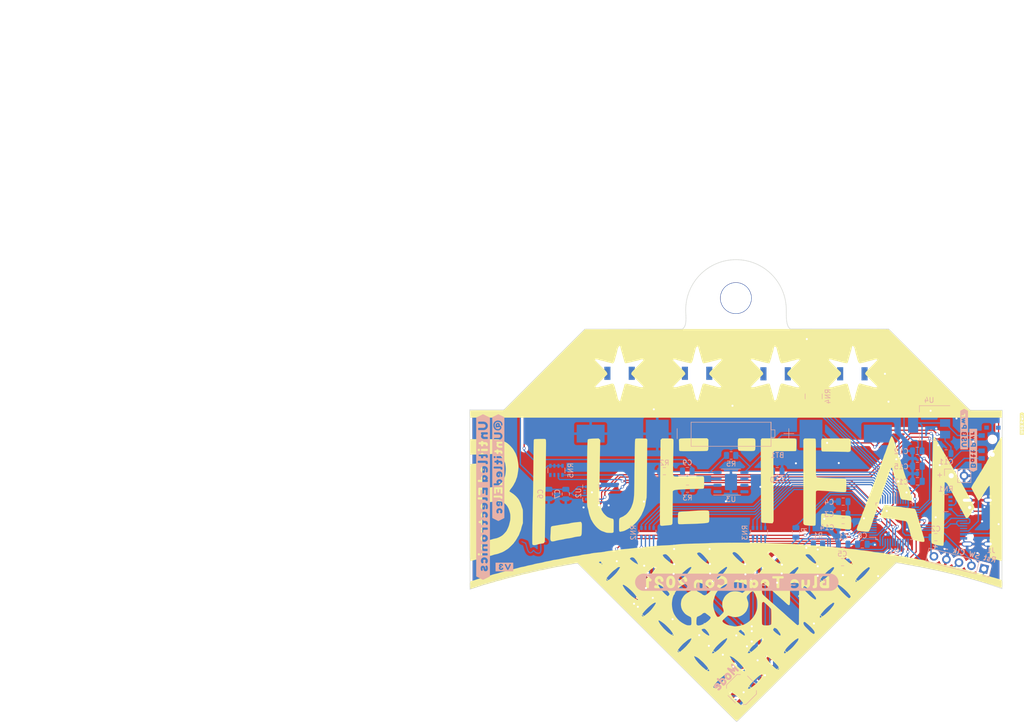
<source format=kicad_pcb>
(kicad_pcb (version 20210228) (generator pcbnew)
  (layers (0 "F.Cu" signal) (31 "B.Cu" signal) (34 "B.Paste" user) (35 "F.Paste" user) (36 "B.SilkS" user "B.Silkscreen") (37 "F.SilkS" user "F.Silkscreen") (38 "B.Mask" user) (39 "F.Mask" user) (44 "Edge.Cuts" user))
  (net 0 "")
  (net 1 "Net-(D1-Pad2)")
  (net 2 "+BATT")
  (net 3 "VSS")
  (net 4 "VCC")
  (net 5 "NRST")
  (net 6 "+5V")
  (net 7 "Net-(C9-Pad2)")
  (net 8 "C1")
  (net 9 "C2")
  (net 10 "C3")
  (net 11 "C4")
  (net 12 "C5")
  (net 13 "C6")
  (net 14 "Net-(D10-Pad2)")
  (net 15 "Net-(D39-Pad2)")
  (net 16 "Net-(D40-Pad2)")
  (net 17 "Net-(D41-Pad2)")
  (net 18 "Net-(D42-Pad2)")
  (net 19 "D-")
  (net 20 "D+")
  (net 23 "SWDIO")
  (net 24 "SWCLK")
  (net 25 "Net-(R1-Pad1)")
  (net 26 "Net-(R3-Pad1)")
  (net 27 "R1")
  (net 28 "R3")
  (net 29 "R2")
  (net 30 "R4")
  (net 31 "R5")
  (net 32 "R7")
  (net 33 "R6")
  (net 34 "S4")
  (net 35 "S2")
  (net 36 "S3")
  (net 37 "S1")
  (net 38 "Hour")
  (net 39 "Int2")
  (net 40 "Int1")
  (net 41 "Net-(C12-Pad2)")
  (net 42 "Net-(J1-PadA5)")
  (net 44 "SCL")
  (net 45 "SDA")
  (net 53 "C7")
  (net 54 "C8")
  (net 55 "C9")
  (net 56 "Net-(D18-Pad2)")
  (net 57 "Net-(D22-Pad2)")
  (net 58 "Net-(D24-Pad2)")
  (net 59 "Net-(D29-Pad2)")
  (net 60 "Net-(D33-Pad2)")
  (net 61 "Net-(D36-Pad2)")
  (net 62 "Net-(D38-Pad2)")
  (net 63 "R9")
  (net 64 "R8")
  (net 75 "VDDA")
  (net 77 "Net-(J1-PadB5)")
  (footprint "LED_SMD:LED_0805_2012Metric" (layer "F.Cu") (at 121.987087 109.037087 135)
    (fp_text reference "D2")
    (fp_text value "LED")
  )
  (footprint "LED_SMD:LED_0805_2012Metric" (layer "F.Cu") (at 128.812087 108.612087 135)
    (fp_text reference "D3")
    (fp_text value "LED")
  )
  (footprint "LED_SMD:LED_0805_2012Metric" (layer "F.Cu") (at 135.912913 108.637913 135)
    (fp_text reference "D4")
    (fp_text value "LED")
  )
  (footprint "LED_SMD:LED_0805_2012Metric" (layer "F.Cu") (at 142.712913 108.587913 135)
    (fp_text reference "D5")
    (fp_text value "LED")
  )
  (footprint "LED_SMD:LED_0805_2012Metric" (layer "F.Cu") (at 149.862913 108.637913 135)
    (fp_text reference "D6")
    (fp_text value "LED")
  )
  (footprint "LED_SMD:LED_0805_2012Metric" (layer "F.Cu") (at 156.925 108.7 135)
    (fp_text reference "D7")
    (fp_text value "LED")
  )
  (footprint "LED_SMD:LED_0805_2012Metric" (layer "F.Cu") (at 164.287913 108.962913 135)
    (fp_text reference "D8")
    (fp_text value "LED")
  )
  (footprint "LED_SMD:LED_0805_2012Metric" (layer "F.Cu") (at 170.45 109.325 135)
    (fp_text reference "D9")
    (fp_text value "LED")
  )
  (footprint "LED_SMD:LED_0805_2012Metric" (layer "F.Cu") (at 118.137087 111.737913 45)
    (fp_text reference "D10")
    (fp_text value "LED")
  )
  (footprint "LED_SMD:LED_0805_2012Metric" (layer "F.Cu") (at 124.962087 111.887913 45)
    (fp_text reference "D11")
    (fp_text value "LED")
  )
  (footprint "LED_SMD:LED_0805_2012Metric" (layer "F.Cu") (at 131.937087 111.737913 45)
    (fp_text reference "D12")
    (fp_text value "LED")
  )
  (footprint "LED_SMD:LED_0805_2012Metric" (layer "F.Cu") (at 139.112087 111.887913 45)
    (fp_text reference "D13")
    (fp_text value "LED")
  )
  (footprint "LED_SMD:LED_0805_2012Metric" (layer "F.Cu") (at 146.187087 111.737913 45)
    (fp_text reference "D14")
    (fp_text value "LED")
  )
  (footprint "LED_SMD:LED_0805_2012Metric" (layer "F.Cu") (at 153.2 111.8 45)
    (fp_text reference "D15")
    (fp_text value "LED")
  )
  (footprint "LED_SMD:LED_0805_2012Metric" (layer "F.Cu") (at 160.162087 111.812913 45)
    (fp_text reference "D16")
    (fp_text value "LED")
  )
  (footprint "LED_SMD:LED_0805_2012Metric" (layer "F.Cu") (at 167.212087 111.862913 45)
    (fp_text reference "D17")
    (fp_text value "LED")
  )
  (footprint "LED_SMD:LED_0805_2012Metric" (layer "F.Cu") (at 121.4 115.5 135)
    (fp_text reference "D18")
    (fp_text value "LED")
  )
  (footprint "LED_SMD:LED_0805_2012Metric" (layer "F.Cu") (at 128.25 115.175 135)
    (fp_text reference "D19")
    (fp_text value "LED")
  )
  (footprint "LED_SMD:LED_0805_2012Metric" (layer "F.Cu") (at 156.887913 115.512913 135)
    (fp_text reference "D20")
    (fp_text value "LED")
  )
  (footprint "LED_SMD:LED_0805_2012Metric" (layer "F.Cu") (at 163.637913 115.212913 135)
    (fp_text reference "D21")
    (fp_text value "LED")
  )
  (footprint "LED_SMD:LED_0805_2012Metric" (layer "F.Cu") (at 125.062087 118.687913 45)
    (fp_text reference "D22")
    (fp_text value "LED")
  )
  (footprint "LED_SMD:LED_0805_2012Metric" (layer "F.Cu") (at 160.212087 118.837913 45)
    (fp_text reference "D23")
    (fp_text value "LED")
  )
  (footprint "LED_SMD:LED_0805_2012Metric" (layer "F.Cu") (at 128.562913 122.537913 135)
    (fp_text reference "D24")
    (fp_text value "LED")
  )
  (footprint "LED_SMD:LED_0805_2012Metric" (layer "F.Cu") (at 135.975 122.875 135)
    (fp_text reference "D25")
    (fp_text value "LED")
  )
  (footprint "LED_SMD:LED_0805_2012Metric" (layer "F.Cu") (at 143.237913 123.037913 135)
    (fp_text reference "D26")
    (fp_text value "LED")
  )
  (footprint "LED_SMD:LED_0805_2012Metric" (layer "F.Cu") (at 150.162913 122.862913 135)
    (fp_text reference "D27")
    (fp_text value "LED")
  )
  (footprint "LED_SMD:LED_0805_2012Metric" (layer "F.Cu") (at 156.712913 122.437913 135)
    (fp_text reference "D28")
    (fp_text value "LED")
  )
  (footprint "LED_SMD:LED_0805_2012Metric" (layer "F.Cu") (at 132.162087 125.837913 45)
    (fp_text reference "D29")
    (fp_text value "LED")
  )
  (footprint "LED_SMD:LED_0805_2012Metric" (layer "F.Cu") (at 139.037087 125.837913 45)
    (fp_text reference "D30")
    (fp_text value "LED")
  )
  (footprint "LED_SMD:LED_0805_2012Metric" (layer "F.Cu") (at 146.212087 125.887913 45)
    (fp_text reference "D31")
    (fp_text value "LED")
  )
  (footprint "LED_SMD:LED_0805_2012Metric" (layer "F.Cu") (at 153.237087 125.887913 45)
    (fp_text reference "D32")
    (fp_text value "LED")
  )
  (footprint "LED_SMD:LED_0805_2012Metric" (layer "F.Cu") (at 135.462913 129.437913 135)
    (fp_text reference "D33")
    (fp_text value "LED")
  )
  (footprint "LED_SMD:LED_0805_2012Metric" (layer "F.Cu") (at 142.487913 129.337913 135)
    (fp_text reference "D34")
    (fp_text value "LED")
  )
  (footprint "LED_SMD:LED_0805_2012Metric" (layer "F.Cu") (at 149.4 129.175 135)
    (fp_text reference "D35")
    (fp_text value "LED")
  )
  (footprint "LED_SMD:LED_0805_2012Metric" (layer "F.Cu") (at 139.162087 132.812913 45)
    (fp_text reference "D36")
    (fp_text value "LED")
  )
  (footprint "LED_SMD:LED_0805_2012Metric" (layer "F.Cu") (at 146.212087 132.912913 45)
    (fp_text reference "D37")
    (fp_text value "LED")
  )
  (footprint "LED_SMD:LED_0805_2012Metric" (layer "F.Cu") (at 142.325 136.35 135)
    (fp_text reference "D38")
    (fp_text value "LED")
  )
  (footprint "LED_SMD:LED_0805_2012Metric" (layer "F.Cu") (at 115.462913 109.562913 135)
    (fp_text reference "D1")
    (fp_text value "LED")
  )
  (footprint "Connectors:1pin" (layer "F.Cu") (at 142.225 57.375)
    (fp_text reference "REF**" hide)
    (fp_text value "1pin")
  )
  (footprint "LOGO" (layer "F.Cu") (at 142.65 100.75)
    (fp_text reference "G***" hide)
    (fp_text value "LOGO" hide)
  )
  (footprint "buzzardLabel" (layer "F.Cu") (at 198.6 82.2 90)
    (fp_text reference "")
    (fp_text value "")
  )
  (footprint "LOGO" (layer "F.Cu") (at 0 0)
    (fp_text reference "G***" hide)
    (fp_text value "LOGO" hide)
  )
  (footprint "LOGO" (layer "F.Cu") (at 142.65 100.8)
    (fp_text reference "G***" hide)
    (fp_text value "LOGO" hide)
  )
  (footprint "LOGO" (layer "F.Cu") (at 142.65 100.8)
    (fp_text reference "G***" hide)
    (fp_text value "LOGO" hide)
  )
  (footprint "LOGO" (layer "F.Cu") (at 142.65 100.8)
    (fp_text reference "G***" hide)
    (fp_text value "LOGO" hide)
  )
  (footprint "Capacitor_SMD:C_0805_2012Metric" (layer "B.Cu") (at 163.3625 105.9)
    (fp_text reference "C1")
    (fp_text value "4.7uF")
  )
  (footprint "Capacitor_SMD:C_0805_2012Metric" (layer "B.Cu") (at 181.612501 104.525 180)
    (fp_text reference "C2")
    (fp_text value "4.7uF")
  )
  (footprint "Capacitor_SMD:C_0805_2012Metric" (layer "B.Cu") (at 163.3875 100)
    (fp_text reference "C3")
    (fp_text value "1uF")
  )
  (footprint "Capacitor_SMD:C_0805_2012Metric" (layer "B.Cu") (at 163.25 109.45 180)
    (fp_text reference "C5")
    (fp_text value "10nF")
  )
  (footprint "Capacitor_SMD:C_0805_2012Metric" (layer "B.Cu") (at 105.35 96 -90)
    (fp_text reference "C6")
    (fp_text value "10uF")
  )
  (footprint "Capacitor_SMD:C_0805_2012Metric" (layer "B.Cu") (at 108.7 96.0125 -90)
    (fp_text reference "C7")
    (fp_text value "100nF")
  )
  (footprint "Capacitor_SMD:C_0805_2012Metric" (layer "B.Cu") (at 150.3875 91.5 180)
    (fp_text reference "C10")
    (fp_text value "10uF")
  )
  (footprint "Capacitor_SMD:C_0805_2012Metric" (layer "B.Cu") (at 183.6625 88)
    (fp_text reference "C11")
    (fp_text value "1uF")
  )
  (footprint "Capacitor_SMD:C_0805_2012Metric" (layer "B.Cu") (at 177.9625 87.5)
    (fp_text reference "C12")
    (fp_text value "1uF")
  )
  (footprint "Connector_PinHeader_2.54mm:PinHeader_1x05_P2.54mm_Vertical" (layer "B.Cu") (at 191.108205 110.757926 76)
    (fp_text reference "J2" hide)
    (fp_text value "Prog")
  )
  (footprint "Resistor_SMD:R_0805_2012Metric" (layer "B.Cu") (at 158.4 105.85 180)
    (fp_text reference "R1")
    (fp_text value "100k")
  )
  (footprint "Resistor_SMD:R_0805_2012Metric" (layer "B.Cu") (at 128.1375 91.5 180)
    (fp_text reference "R2")
    (fp_text value "1.5")
  )
  (footprint "Resistor_SMD:R_0805_2012Metric" (layer "B.Cu") (at 132.6875 94.95 180)
    (fp_text reference "R3")
    (fp_text value "1k")
  )
  (footprint "Resistor_SMD:R_Array_Convex_4x0603" (layer "B.Cu") (at 124.8 103.6 -90)
    (fp_text reference "RN2")
    (fp_text value "330")
  )
  (footprint "Resistor_SMD:R_Array_Convex_4x0603" (layer "B.Cu") (at 146.8 103.6 -90)
    (fp_text reference "RN3")
    (fp_text value "330")
  )
  (footprint "Resistor_SMD:R_Array_Convex_4x0603" (layer "B.Cu") (at 157.55 76.75 90)
    (fp_text reference "RN4")
    (fp_text value "1k")
  )
  (footprint "Package_SO:HTSOP-8-1EP_3.9x4.9mm_P1.27mm_EP2.4x3.2mm" (layer "B.Cu") (at 141.25 93.65)
    (fp_text reference "U3")
    (fp_text value "HX4056")
  )
  (footprint "Package_TO_SOT_SMD:SOT-223-3_TabPin2" (layer "B.Cu") (at 180.3 82 180)
    (fp_text reference "U4")
    (fp_text value "TLV1117-33")
  )
  (footprint "Dragos:T776-ReverseMountLED" (layer "B.Cu") (at 119.3 72.2)
    (fp_text reference "D39" hide)
    (fp_text value "LED")
  )
  (footprint "Dragos:T776-ReverseMountLED" (layer "B.Cu") (at 134.575 72.2)
    (fp_text reference "D40" hide)
    (fp_text value "LED")
  )
  (footprint "Dragos:T776-ReverseMountLED" (layer "B.Cu") (at 150.05 72.3)
    (fp_text reference "D41" hide)
    (fp_text value "LED")
  )
  (footprint "Dragos:T776-ReverseMountLED" (layer "B.Cu") (at 165.175 72.3)
    (fp_text reference "D42" hide)
    (fp_text value "LED")
  )
  (footprint "Button_Switch_SMD:SW_SPST_SKQG_WithStem" (layer "B.Cu") (at 143.324821 134.558883 45)
    (fp_text reference "SW1" hide)
    (fp_text value "SW_DIP_x01")
  )
  (footprint "Resistor_SMD:R_Array_Convex_4x0603" (layer "B.Cu") (at 183.6 97.8 180)
    (fp_text reference "RN1")
    (fp_text value "1k")
  )
  (footprint "BreadBoardPwr:SK-3296S_switch" (layer "B.Cu") (at 192.775 86.725 90)
    (fp_text reference "Power1" hide)
    (fp_text value "SW3")
  )
  (footprint "Tests:USB_C_Receptical-Jing" (layer "B.Cu") (at 187.8 101.55 -90)
    (fp_text reference "J1")
    (fp_text value "USB_C_Receptacle")
  )
  (footprint "Package_LGA:LGA-16_3x3mm_P0.5mm_LayoutBorder3x5y" (layer "B.Cu") (at 113.65 95.8 -90)
    (fp_text reference "U2")
    (fp_text value "LIS3DH")
  )
  (footprint "Resistor_SMD:R_0805_2012Metric" (layer "B.Cu") (at 154.05 103.5875 90)
    (fp_text reference "R4")
    (fp_text value "330")
  )
  (footprint "Capacitor_SMD:C_0805_2012Metric" (layer "B.Cu") (at 163.375 97.5)
    (fp_text reference "C4")
    (fp_text value "10nF")
  )
  (footprint "Package_QFP:LQFP-48_7x7mm_P0.5mm" (layer "B.Cu") (at 173.4 101.375)
    (fp_text reference "U1")
    (fp_text value "STM32F072CBTx")
  )
  (footprint "Resistor_SMD:R_Array_Convex_4x0603" (layer "B.Cu") (at 106.85 91.35 90)
    (fp_text reference "RN5")
    (fp_text value "5.1k")
  )
  (footprint "NFCBuisness:W" (layer "B.Cu") (at 102.389375 107.460924 180)
    (fp_text reference "Ref**" hide)
    (fp_text value "Val**" hide)
  )
  (footprint "buzzardLabel" (layer "B.Cu") (at 189 87.2 90)
    (fp_text reference "")
    (fp_text value "")
  )
  (footprint "buzzardLabel" (layer "B.Cu") (at 92.4 96.6 -90)
    (fp_text reference "")
    (fp_text value "")
  )
  (footprint "buzzardLabel" (layer "B.Cu") (at 96.6 110.4 180)
    (fp_text reference "")
    (fp_text value "")
  )
  (footprint "Capacitor_SMD:C_0805_2012Metric" (layer "B.Cu") (at 178 90.5)
    (fp_text reference "C15")
    (fp_text value "100nF")
  )
  (footprint "Capacitor_SMD:C_0805_2012Metric" (layer "B.Cu") (at 167.15 105.9 180)
    (fp_text reference "C8")
    (fp_text value "100nF")
  )
  (footprint "Capacitor_SMD:C_0805_2012Metric" (layer "B.Cu") (at 132.65 91.5 180)
    (fp_text reference "C9")
    (fp_text value "10uF")
  )
  (footprint "Capacitor_SMD:C_0805_2012Metric" (layer "B.Cu") (at 178 93.5)
    (fp_text reference "C13")
    (fp_text value "100nF")
  )
  (footprint "Capacitor_SMD:C_0805_2012Metric" (layer "B.Cu") (at 163.35 102.6)
    (fp_text reference "C14")
    (fp_text value "100nF")
  )
  (footprint "Tests:Dongguan14500" (layer "B.Cu") (at 141.9 84.1 180)
    (fp_text reference "BT1")
    (fp_text value "Battery_Cell")
  )
  (footprint "Connector_PinHeader_2.54mm:PinHeader_1x02_P2.54mm_Vertical" (layer "B.Cu") (at 184.66 92.4 -90)
    (fp_text reference "J5" hide)
    (fp_text value "Conn_01x02")
  )
  (footprint "buzzardLabel" (layer "B.Cu") (at 142.4 113.4 180)
    (fp_text reference "")
    (fp_text value "")
  )
  (footprint "buzzardLabel" (layer "B.Cu") (at 187.2 83.4 90)
    (fp_text reference "")
    (fp_text value "")
  )
  (footprint "Resistor_SMD:R_0805_2012Metric" (layer "B.Cu") (at 141.2875 88.4)
    (fp_text reference "R5")
    (fp_text value "0 Ohm")
  )
  (footprint "buzzardLabel" (layer "B.Cu") (at 95.4 90.8 -90)
    (fp_text reference "")
    (fp_text value "")
  )
  (gr_line (start 183.849852 111.510193) (end 181.279021 110.929903) (layer "Edge.Cuts") (width 0.1))
  (gr_line (start 190.491635 113.309154) (end 189.135364 112.904086) (layer "Edge.Cuts") (width 0.1))
  (gr_line (start 191.863552 113.739597) (end 190.491635 113.309154) (layer "Edge.Cuts") (width 0.1))
  (gr_line (start 193.251959 114.196786) (end 191.863552 113.739597) (layer "Edge.Cuts") (width 0.1))
  (gr_line (start 194.6577 114.68209) (end 193.251959 114.196786) (layer "Edge.Cuts") (width 0.1))
  (gr_line (start 194.7083 79.486882) (end 194.6577 114.68209) (layer "Edge.Cuts") (width 0.1))
  (gr_line (start 188.33676 79.486882) (end 194.7083 79.486882) (layer "Edge.Cuts") (width 0.1))
  (gr_line (start 172.306757 63.456881) (end 188.33676 79.486882) (layer "Edge.Cuts") (width 0.1))
  (gr_line (start 185.151982 111.827448) (end 183.849852 111.510193) (layer "Edge.Cuts") (width 0.1))
  (gr_line (start 186.466382 112.164602) (end 185.151982 111.827448) (layer "Edge.Cuts") (width 0.1))
  (gr_line (start 187.793894 112.523025) (end 186.466382 112.164602) (layer "Edge.Cuts") (width 0.1))
  (gr_line (start 189.135364 112.904086) (end 187.793894 112.523025) (layer "Edge.Cuts") (width 0.1))
  (gr_line (start 147.783833 51.480176) (end 148.17229 51.756414) (layer "Edge.Cuts") (width 0.1))
  (gr_line (start 134.028319 54.156386) (end 134.304557 53.767929) (layer "Edge.Cuts") (width 0.1))
  (gr_line (start 142.754045 49.800939) (end 143.257215 49.8392) (layer "Edge.Cuts") (width 0.1))
  (gr_line (start 152.03801 58.187149) (end 152.101018 58.683004) (layer "Edge.Cuts") (width 0.1))
  (gr_line (start 152.789576 63.325926) (end 152.93951 63.443051) (layer "Edge.Cuts") (width 0.1))
  (gr_line (start 102.836945 111.087355) (end 101.500417 111.385154) (layer "Edge.Cuts") (width 0.1))
  (gr_line (start 92.367225 113.914752) (end 91.094818 114.340793) (layer "Edge.Cuts") (width 0.1))
  (gr_line (start 152.455293 62.816623) (end 152.548923 63.010034) (layer "Edge.Cuts") (width 0.1))
  (gr_line (start 148.546583 52.05055) (end 148.90609 52.361963) (layer "Edge.Cuts") (width 0.1))
  (gr_line (start 135.582272 52.361963) (end 135.941779 52.05055) (layer "Edge.Cuts") (width 0.1))
  (gr_line (start 152.93951 63.443051) (end 172.306757 63.456881) (layer "Edge.Cuts") (width 0.1))
  (gr_line (start 176.24744 109.947871) (end 173.773184 109.524221) (layer "Edge.Cuts") (width 0.1))
  (gr_line (start 89.830631 114.783275) (end 89.780063 79.385798) (layer "Edge.Cuts") (width 0.1))
  (gr_line (start 173.773184 109.524221) (end 142.370564 140.92684) (layer "Edge.Cuts") (width 0.1))
  (gr_line (start 152.548923 63.010034) (end 152.659865 63.180694) (layer "Edge.Cuts") (width 0.1))
  (gr_line (start 132.349082 59.186174) (end 132.387344 58.683004) (layer "Edge.Cuts") (width 0.1))
  (gr_line (start 106.893203 110.287306) (end 105.533383 110.538522) (layer "Edge.Cuts") (width 0.1))
  (gr_line (start 152.224778 61.869039) (end 152.314146 62.372262) (layer "Edge.Cuts") (width 0.1))
  (gr_line (start 132.386588 61.311944) (end 132.371586 60.759823) (layer "Edge.Cuts") (width 0.1))
  (gr_line (start 149.889668 53.393636) (end 150.183805 53.767929) (layer "Edge.Cuts") (width 0.1))
  (gr_line (start 132.33619 59.696038) (end 132.33619 59.696038) (layer "Edge.Cuts") (width 0.1))
  (gr_line (start 139.76802 50.099976) (end 140.247375 49.989342) (layer "Edge.Cuts") (width 0.1))
  (gr_line (start 141.231147 49.8392) (end 141.734317 49.800939) (layer "Edge.Cuts") (width 0.1))
  (gr_line (start 151.706728 56.749705) (end 151.840242 57.219877) (layer "Edge.Cuts") (width 0.1))
  (gr_line (start 152.175543 61.328379) (end 152.224778 61.869039) (layer "Edge.Cuts") (width 0.1))
  (gr_line (start 132.387344 58.683004) (end 132.450352 58.187149) (layer "Edge.Cuts") (width 0.1))
  (gr_line (start 132.186856 62.815521) (end 132.259854 62.595041) (layer "Edge.Cuts") (width 0.1))
  (gr_line (start 132.313718 62.359268) (end 132.350887 62.110638) (layer "Edge.Cuts") (width 0.1))
  (gr_line (start 144.240987 49.989342) (end 144.720342 50.099976) (layer "Edge.Cuts") (width 0.1))
  (gr_line (start 152.314146 62.372262) (end 152.377519 62.603139) (layer "Edge.Cuts") (width 0.1))
  (gr_line (start 93.647807 113.505062) (end 92.367225 113.914752) (layer "Edge.Cuts") (width 0.1))
  (gr_line (start 135.941779 52.05055) (end 136.316072 51.756414) (layer "Edge.Cuts") (width 0.1))
  (gr_line (start 100.171744 111.698663) (end 98.850972 112.027974) (layer "Edge.Cuts") (width 0.1))
  (gr_line (start 142.370564 140.92684) (end 111.018511 109.625358) (layer "Edge.Cuts") (width 0.1))
  (gr_line (start 132.259854 62.595041) (end 132.313718 62.359268) (layer "Edge.Cuts") (width 0.1))
  (gr_line (start 134.304557 53.767929) (end 134.598694 53.393636) (layer "Edge.Cuts") (width 0.1))
  (gr_line (start 101.500417 111.385154) (end 100.171744 111.698663) (layer "Edge.Cuts") (width 0.1))
  (gr_line (start 132.64812 57.219877) (end 132.781634 56.749705) (layer "Edge.Cuts") (width 0.1))
  (gr_line (start 181.279021 110.929903) (end 178.747135 110.412781) (layer "Edge.Cuts") (width 0.1))
  (gr_line (start 145.190514 50.23349) (end 145.65088 50.389261) (layer "Edge.Cuts") (width 0.1))
  (gr_line (start 152.13928 59.186174) (end 152.152172 59.696038) (layer "Edge.Cuts") (width 0.1))
  (gr_line (start 150.183805 53.767929) (end 150.460043 54.156386) (layer "Edge.Cuts") (width 0.1))
  (gr_line (start 112.470399 63.4652) (end 131.654796 63.49583) (layer "Edge.Cuts") (width 0.1))
  (gr_line (start 132.33619 59.69604) (end 132.33619 59.696038) (layer "Edge.Cuts") (width 0.1))
  (gr_line (start 151.950877 57.699232) (end 152.03801 58.187149) (layer "Edge.Cuts") (width 0.1))
  (gr_line (start 96.233314 112.734366) (end 94.936518 113.11163) (layer "Edge.Cuts") (width 0.1))
  (gr_line (start 91.094818 114.340793) (end 89.830631 114.783275) (layer "Edge.Cuts") (width 0.1))
  (gr_line (start 131.973714 63.200867) (end 132.092288 63.018274) (layer "Edge.Cuts") (width 0.1))
  (gr_line (start 135.238174 52.69003) (end 135.582272 52.361963) (layer "Edge.Cuts") (width 0.1))
  (gr_line (start 131.828695 63.360863) (end 131.973714 63.200867) (layer "Edge.Cuts") (width 0.1))
  (gr_line (start 131.654796 63.49583) (end 131.828695 63.360863) (layer "Edge.Cuts") (width 0.1))
  (gr_line (start 133.313226 55.400514) (end 133.532031 54.973301) (layer "Edge.Cuts") (width 0.1))
  (gr_line (start 132.371586 60.759823) (end 132.348288 60.214696) (layer "Edge.Cuts") (width 0.1))
  (gr_line (start 138.837482 50.389261) (end 139.297848 50.23349) (layer "Edge.Cuts") (width 0.1))
  (gr_line (start 132.33619 59.696038) (end 132.349082 59.186174) (layer "Edge.Cuts") (width 0.1))
  (gr_line (start 108.260694 110.051434) (end 106.893203 110.287306) (layer "Edge.Cuts") (width 0.1))
  (gr_line (start 132.350887 62.110638) (end 132.373797 61.851584) (layer "Edge.Cuts") (width 0.1))
  (gr_line (start 142.244181 49.788047) (end 142.754045 49.800939) (layer "Edge.Cuts") (width 0.1))
  (gr_line (start 89.780063 79.385798) (end 96.556152 79.385798) (layer "Edge.Cuts") (width 0.1))
  (gr_line (start 140.735292 49.902209) (end 141.231147 49.8392) (layer "Edge.Cuts") (width 0.1))
  (gr_line (start 146.539705 50.765082) (end 146.966918 50.983888) (layer "Edge.Cuts") (width 0.1))
  (gr_line (start 137.106527 51.22246) (end 137.521444 50.983888) (layer "Edge.Cuts") (width 0.1))
  (gr_line (start 105.533383 110.538522) (end 104.181282 110.805175) (layer "Edge.Cuts") (width 0.1))
  (gr_line (start 137.521444 50.983888) (end 137.948657 50.765082) (layer "Edge.Cuts") (width 0.1))
  (gr_line (start 134.598694 53.393636) (end 134.910107 53.034129) (layer "Edge.Cuts") (width 0.1))
  (gr_line (start 150.460043 54.156386) (end 150.717759 54.558384) (layer "Edge.Cuts") (width 0.1))
  (gr_line (start 152.154795 60.771708) (end 152.175543 61.328379) (layer "Edge.Cuts") (width 0.1))
  (gr_line (start 139.297848 50.23349) (end 139.76802 50.099976) (layer "Edge.Cuts") (width 0.1))
  (gr_line (start 137.948657 50.765082) (end 138.387544 50.566666) (layer "Edge.Cuts") (width 0.1))
  (gr_line (start 141.734317 49.800939) (end 142.244181 49.788047) (layer "Edge.Cuts") (width 0.1))
  (gr_line (start 150.717759 54.558384) (end 150.956331 54.973301) (layer "Edge.Cuts") (width 0.1))
  (gr_line (start 133.532031 54.973301) (end 133.770603 54.558384) (layer "Edge.Cuts") (width 0.1))
  (gr_line (start 104.181282 110.805175) (end 102.836945 111.087355) (layer "Edge.Cuts") (width 0.1))
  (gr_line (start 133.770603 54.558384) (end 134.028319 54.156386) (layer "Edge.Cuts") (width 0.1))
  (gr_line (start 132.537485 57.699232) (end 132.64812 57.219877) (layer "Edge.Cuts") (width 0.1))
  (gr_line (start 109.635812 109.830815) (end 108.260694 110.051434) (layer "Edge.Cuts") (width 0.1))
  (gr_line (start 140.247375 49.989342) (end 140.735292 49.902209) (layer "Edge.Cuts") (width 0.1))
  (gr_line (start 143.75307 49.902209) (end 144.240987 49.989342) (layer "Edge.Cuts") (width 0.1))
  (gr_line (start 146.100818 50.566666) (end 146.539705 50.765082) (layer "Edge.Cuts") (width 0.1))
  (gr_line (start 136.316072 51.756414) (end 136.704529 51.480176) (layer "Edge.Cuts") (width 0.1))
  (gr_line (start 149.250189 52.69003) (end 149.578255 53.034129) (layer "Edge.Cuts") (width 0.1))
  (gr_line (start 152.152172 59.696038) (end 152.154795 60.771708) (layer "Edge.Cuts") (width 0.1))
  (gr_line (start 178.747135 110.412781) (end 176.24744 109.947871) (layer "Edge.Cuts") (width 0.1))
  (gr_line (start 151.550958 56.289339) (end 151.706728 56.749705) (layer "Edge.Cuts") (width 0.1))
  (gr_line (start 134.910107 53.034129) (end 135.238174 52.69003) (layer "Edge.Cuts") (width 0.1))
  (gr_line (start 152.377519 62.603139) (end 152.455293 62.816623) (layer "Edge.Cuts") (width 0.1))
  (gr_line (start 151.373553 55.839401) (end 151.550958 56.289339) (layer "Edge.Cuts") (width 0.1))
  (gr_line (start 94.936518 113.11163) (end 93.647807 113.505062) (layer "Edge.Cuts") (width 0.1))
  (gr_line (start 151.840242 57.219877) (end 151.950877 57.699232) (layer "Edge.Cuts") (width 0.1))
  (gr_line (start 132.092288 63.018274) (end 132.186856 62.815521) (layer "Edge.Cuts") (width 0.1))
  (gr_line (start 148.90609 52.361963) (end 149.250189 52.69003) (layer "Edge.Cuts") (width 0.1))
  (gr_line (start 147.381835 51.22246) (end 147.783833 51.480176) (layer "Edge.Cuts") (width 0.1))
  (gr_line (start 111.018511 109.625358) (end 109.635812 109.830815) (layer "Edge.Cuts") (width 0.1))
  (gr_line (start 149.578255 53.034129) (end 149.889668 53.393636) (layer "Edge.Cuts") (width 0.1))
  (gr_line (start 151.175136 55.400514) (end 151.373553 55.839401) (layer "Edge.Cuts") (width 0.1))
  (gr_line (start 143.257215 49.8392) (end 143.75307 49.902209) (layer "Edge.Cuts") (width 0.1))
  (gr_line (start 132.781634 56.749705) (end 132.937404 56.289339) (layer "Edge.Cuts") (width 0.1))
  (gr_line (start 145.65088 50.389261) (end 146.100818 50.566666) (layer "Edge.Cuts") (width 0.1))
  (gr_line (start 132.937404 56.289339) (end 133.114809 55.839401) (layer "Edge.Cuts") (width 0.1))
  (gr_line (start 133.114809 55.839401) (end 133.313226 55.400514) (layer "Edge.Cuts") (width 0.1))
  (gr_line (start 152.101018 58.683004) (end 152.13928 59.186174) (layer "Edge.Cuts") (width 0.1))
  (gr_line (start 132.450352 58.187149) (end 132.537485 57.699232) (layer "Edge.Cuts") (width 0.1))
  (gr_line (start 138.387544 50.566666) (end 138.837482 50.389261) (layer "Edge.Cuts") (width 0.1))
  (gr_line (start 98.850972 112.027974) (end 97.538147 112.373178) (layer "Edge.Cuts") (width 0.1))
  (gr_line (start 146.966918 50.983888) (end 147.381835 51.22246) (layer "Edge.Cuts") (width 0.1))
  (gr_line (start 144.720342 50.099976) (end 145.190514 50.23349) (layer "Edge.Cuts") (width 0.1))
  (gr_line (start 96.556152 79.385798) (end 112.470399 63.4652) (layer "Edge.Cuts") (width 0.1))
  (gr_line (start 132.373797 61.851584) (end 132.386588 61.311944) (layer "Edge.Cuts") (width 0.1))
  (gr_line (start 148.17229 51.756414) (end 148.546583 52.05055) (layer "Edge.Cuts") (width 0.1))
  (gr_line (start 136.704529 51.480176) (end 137.106527 51.22246) (layer "Edge.Cuts") (width 0.1))
  (gr_line (start 97.538147 112.373178) (end 96.233314 112.734366) (layer "Edge.Cuts") (width 0.1))
  (gr_line (start 152.659865 63.180694) (end 152.789576 63.325926) (layer "Edge.Cuts") (width 0.1))
  (gr_line (start 150.956331 54.973301) (end 151.175136 55.400514) (layer "Edge.Cuts") (width 0.1))
  (gr_line (start 132.348288 60.214696) (end 132.33619 59.69604) (layer "Edge.Cuts") (width 0.1))
  (gr_text "Rst SW Clk - +" (at 187.2 107.6 347) (layer "B.SilkS") (effects (font (size 1 1.05) (thickness 0.2)) (justify mirror)))
  (gr_text "+" (at 182.4 92.2) (layer "B.SilkS") (effects (font (size 1 1)) (justify mirror)))
  (gr_text "Mode" (at 140.2 132.2 45) (layer "B.SilkS") (effects (font (size 1.6 1.6) (thickness 0.4)) (justify mirror)))
  (segment (start 121.575826 108.374174) (end 121.324174 108.374174) (width 0.25) (layer "F.Cu") (net 1))
  (segment (start 163.75 108) (end 169.1 107.975) (width 0.25) (layer "F.Cu") (net 1))
  (segment (start 163.625 108.125) (end 163.75 108) (width 0.25) (layer "F.Cu") (net 1))
  (segment (start 115.325826 108.374174) (end 114.8 108.9) (width 0.25) (layer "F.Cu") (net 1))
  (segment (start 123.6 106.5) (end 123.45 106.5) (width 0.25) (layer "F.Cu") (net 1))
  (segment (start 169.1 107.975) (end 169.787087 108.662087) (width 0.25) (layer "F.Cu") (net 1))
  (segment (start 127.998348 108.1) (end 128.149174 107.949174) (width 0.25) (layer "F.Cu") (net 1))
  (segment (start 123.45 106.5) (end 121.575826 108.374174) (width 0.25) (layer "F.Cu") (net 1))
  (segment (start 121.598348 108.1) (end 127.998348 108.1) (width 0.25) (layer "F.Cu") (net 1))
  (segment (start 135.224174 107.949174) (end 135.25 107.975) (width 0.25) (layer "F.Cu") (net 1))
  (segment (start 128.149174 107.949174) (end 135.224174 107.949174) (width 0.25) (layer "F.Cu") (net 1))
  (segment (start 121.324174 108.374174) (end 121.598348 108.1) (width 0.25) (layer "F.Cu") (net 1))
  (segment (start 135.25 107.975) (end 163.75 108) (width 0.25) (layer "F.Cu") (net 1))
  (segment (start 121.324174 108.374174) (end 115.325826 108.374174) (width 0.25) (layer "F.Cu") (net 1))
  (segment (start 163.625 108.3) (end 163.625 108.125) (width 0.25) (layer "F.Cu") (net 1))
  (via (at 123.6 106.5) (size 0.6) (drill 0.4) (layers "F.Cu" "B.Cu") (net 1))
  (segment (start 123.6 104.5) (end 123.6 106.5) (width 0.25) (layer "B.Cu") (net 1))
  (segment (start 171.95 99.35) (end 173.224999 98.075001) (width 0.25) (layer "F.Cu") (net 2))
  (segment (start 174.299999 88.449999) (end 174.366949 88.516949) (width 0.25) (layer "F.Cu") (net 2))
  (segment (start 173.224999 88.849999) (end 173.549999 88.524999) (width 0.25) (layer "F.Cu") (net 2))
  (segment (start 173.549999 88.524999) (end 174.224999 88.524999) (width 0.25) (layer "F.Cu") (net 2))
  (segment (start 168.8 85.92499) (end 169.300001 86.424991) (width 0.25) (layer "F.Cu") (net 2))
  (segment (start 173.224999 98.075001) (end 173.224999 88.849999) (width 0.25) (layer "F.Cu") (net 2))
  (segment (start 172.900001 83.424989) (end 169.6 86.72499) (width 0.25) (layer "F.Cu") (net 2))
  (segment (start 181.124989 83.424989) (end 172.900001 83.424989) (width 0.25) (layer "F.Cu") (net 2))
  (segment (start 169.300001 86.424991) (end 169.6 86.72499) (width 0.25) (layer "F.Cu") (net 2))
  (segment (start 174.224999 88.524999) (end 174.299999 88.449999) (width 0.25) (layer "F.Cu") (net 2))
  (segment (start 181.9 84.2) (end 181.124989 83.424989) (width 0.25) (layer "F.Cu") (net 2))
  (segment (start 160.2 85.92499) (end 168.8 85.92499) (width 0.25) (layer "F.Cu") (net 2))
  (via (at 160.2 85.92499) (size 0.6) (drill 0.4) (layers "F.Cu" "B.Cu") (net 2))
  (via (at 169.6 86.72499) (size 0.6) (drill 0.4) (layers "F.Cu" "B.Cu") (net 2))
  (via (at 171.95 99.35) (size 0.6) (drill 0.4) (layers "F.Cu" "B.Cu") (net 2))
  (via (at 181.9 84.2) (size 0.6) (drill 0.4) (layers "F.Cu" "B.Cu") (net 2))
  (via (at 174.366949 88.516949) (size 0.6) (drill 0.4) (layers "F.Cu" "B.Cu") (net 2))
  (segment (start 151.245 84.4) (end 156.95 84.4) (width 0.25) (layer "B.Cu") (net 2))
  (segment (start 174.366949 85.616949) (end 174.366949 88.516949) (width 0.25) (layer "B.Cu") (net 2))
  (segment (start 156.95 84.4) (end 159.45 84.4) (width 0.25) (layer "B.Cu") (net 2))
  (segment (start 170.125 84.375) (end 170.125 86.375) (width 0.25) (layer "B.Cu") (net 2))
  (segment (start 183.45 85.55) (end 183.45 84.3) (width 0.25) (layer "B.Cu") (net 2))
  (segment (start 160.2 85.15) (end 160.2 85.92499) (width 0.25) (layer "B.Cu") (net 2))
  (segment (start 170.04999 104.10001) (end 170.065692 104.10001) (width 0.25) (layer "B.Cu") (net 2))
  (segment (start 143.9 91.745) (end 145.0225 90.6225) (width 0.25) (layer "B.Cu") (net 2))
  (segment (start 182 84.3) (end 181.9 84.2) (width 0.25) (layer "B.Cu") (net 2))
  (segment (start 183.45 84.3) (end 182 84.3) (width 0.25) (layer "B.Cu") (net 2))
  (segment (start 144.145 91.5) (end 143.9 91.745) (width 0.25) (layer "B.Cu") (net 2))
  (segment (start 170.125 86.375) (end 169.77501 86.72499) (width 0.25) (layer "B.Cu") (net 2))
  (segment (start 184.6 88) (end 184.6 86.7) (width 0.25) (layer "B.Cu") (net 2))
  (segment (start 145.0225 90.6225) (end 151.245 84.4) (width 0.25) (layer "B.Cu") (net 2))
  (segment (start 170.025 104.125) (end 170.04999 104.10001) (width 0.25) (layer "B.Cu") (net 2))
  (segment (start 171.95 102.2) (end 171.95 99.35) (width 0.25) (layer "B.Cu") (net 2))
  (segment (start 170.30001 103.84999) (end 171.95 102.2) (width 0.25) (layer "B.Cu") (net 2))
  (segment (start 170.30001 103.865692) (end 170.30001 103.84999) (width 0.25) (layer "B.Cu") (net 2))
  (segment (start 149.45 91.5) (end 144.145 91.5) (width 0.25) (layer "B.Cu") (net 2))
  (segment (start 170.125 84.375) (end 173.125 84.375) (width 0.25) (layer "B.Cu") (net 2))
  (segment (start 169.2375 104.125) (end 170.025 104.125) (width 0.25) (layer "B.Cu") (net 2))
  (segment (start 183.625 84.475) (end 183.45 84.3) (width 0.25) (layer "B.Cu") (net 2))
  (segment (start 169.77501 86.72499) (end 169.6 86.72499) (width 0.25) (layer "B.Cu") (net 2))
  (segment (start 142.2 88.4) (end 142.8 88.4) (width 0.25) (layer "B.Cu") (net 2))
  (segment (start 173.125 84.375) (end 174.366949 85.616949) (width 0.25) (layer "B.Cu") (net 2))
  (segment (start 170.1 84.4) (end 170.125 84.375) (width 0.25) (layer "B.Cu") (net 2))
  (segment (start 159.45 84.4) (end 160.2 85.15) (width 0.25) (layer "B.Cu") (net 2))
  (segment (start 170.065692 104.10001) (end 170.30001 103.865692) (width 0.25) (layer "B.Cu") (net 2))
  (segment (start 142.8 88.4) (end 145.0225 90.6225) (width 0.25) (layer "B.Cu") (net 2))
  (segment (start 184.6 86.7) (end 183.45 85.55) (width 0.25) (layer "B.Cu") (net 2))
  (via (at 189.85 107.65) (size 0.6) (drill 0.4) (layers "F.Cu" "B.Cu") (net 3))
  (via (at 169.6 106) (size 0.6) (drill 0.4) (layers "F.Cu" "B.Cu") (net 3))
  (via (at 115.45 93.95) (size 0.6) (drill 0.4) (layers "F.Cu" "B.Cu") (net 3))
  (via (at 158.35 106.95) (size 0.6) (drill 0.4) (layers "F.Cu" "B.Cu") (net 3))
  (via (at 175.85 95.7) (size 0.6) (drill 0.4) (layers "F.Cu" "B.Cu") (net 3))
  (via (at 124.1 97.5) (size 0.6) (drill 0.4) (layers "F.Cu" "B.Cu") (net 3))
  (via (at 147.05 94.6) (size 0.6) (drill 0.4) (layers "F.Cu" "B.Cu") (net 3))
  (via (at 189 85.65) (size 0.6) (drill 0.4) (layers "F.Cu" "B.Cu") (net 3))
  (via (at 182.1 86.4) (size 0.6) (drill 0.4) (layers "F.Cu" "B.Cu") (net 3))
  (via (at 171.7 104) (size 0.6) (drill 0.4) (layers "F.Cu" "B.Cu") (net 3))
  (via (at 156.1 106.6) (size 0.6) (drill 0.4) (layers "F.Cu" "B.Cu") (net 3))
  (via (at 191.2 98.6) (size 0.6) (drill 0.4) (layers "F.Cu" "B.Cu") (net 3))
  (via (at 159.65 100.9) (size 0.6) (drill 0.4) (layers "F.Cu" "B.Cu") (net 3))
  (via (at 175.95 103) (size 0.6) (drill 0.4) (layers "F.Cu" "B.Cu") (net 3))
  (via (at 181.7 83.1) (size 0.6) (drill 0.4) (layers "F.Cu" "B.Cu") (net 3))
  (via (at 180.6 79.6) (size 0.6) (drill 0.4) (layers "F.Cu" "B.Cu") (net 3))
  (via (at 156.2 65.45) (size 0.6) (drill 0.4) (layers "F.Cu" "B.Cu") (net 3))
  (via (at 190.75 101.4) (size 0.6) (drill 0.4) (layers "F.Cu" "B.Cu") (net 3))
  (via (at 181.6 100.6) (size 0.6) (drill 0.4) (layers "F.Cu" "B.Cu") (net 3))
  (via (at 167.45 100.8) (size 0.6) (drill 0.4) (layers "F.Cu" "B.Cu") (net 3))
  (via (at 154.05 89.95) (size 0.6) (drill 0.4) (layers "F.Cu" "B.Cu") (net 3))
  (via (at 173.85 89.15) (size 0.6) (drill 0.4) (layers "F.Cu" "B.Cu") (net 3))
  (via (at 140.25 97.45) (size 0.6) (drill 0.4) (layers "F.Cu" "B.Cu") (net 3))
  (via (at 162.5 89.9) (size 0.6) (drill 0.4) (layers "F.Cu" "B.Cu") (net 3))
  (via (at 113.85 95.675) (size 0.6) (drill 0.4) (layers "F.Cu" "B.Cu") (net 3))
  (via (at 171.6 72.3) (size 0.6) (drill 0.4) (layers "F.Cu" "B.Cu") (net 3))
  (via (at 117.15 98.25) (size 0.6) (drill 0.4) (layers "F.Cu" "B.Cu") (net 3))
  (via (at 172.3 77.8) (size 0.6) (drill 0.4) (layers "F.Cu" "B.Cu") (net 3))
  (via (at 185.7 81.1) (size 0.6) (drill 0.4) (layers "F.Cu" "B.Cu") (net 3))
  (via (at 126.05 79.3) (size 0.6) (drill 0.4) (layers "F.Cu" "B.Cu") (net 3))
  (via (at 112.2 98.65) (size 0.6) (drill 0.4) (layers "F.Cu" "B.Cu") (net 3))
  (via (at 141.55 78.6) (size 0.6) (drill 0.4) (layers "F.Cu" "B.Cu") (net 3))
  (via (at 183.35 106.85) (size 0.6) (drill 0.4) (layers "F.Cu" "B.Cu") (net 3))
  (segment (start 187.1 104.625) (end 187.1 105.17) (width 0.25) (layer "B.Cu") (net 3))
  (segment (start 187.1 98.475) (end 187.1 97.93) (width 0.25) (layer "B.Cu") (net 3))
  (segment (start 187.1 105.17) (end 187.8 105.87) (width 0.25) (layer "B.Cu") (net 3))
  (segment (start 187.1 97.93) (end 187.8 97.23) (width 0.25) (layer "B.Cu") (net 3))
  (segment (start 138.4 136) (end 138.4 134.4) (width 0.25) (layer "B.Cu") (net 3))
  (segment (start 142.440938 138.059062) (end 140.459062 138.059062) (width 0.25) (layer "B.Cu") (net 3))
  (segment (start 138.4 134.4) (end 143.6 129.2) (width 0.25) (layer "B.Cu") (net 3))
  (segment (start 175.65 95.9) (end 175.85 95.7) (width 0.25) (layer "B.Cu") (net 3))
  (segment (start 138.4 134.4) (end 138.7 134.1) (width 0.25) (layer "B.Cu") (net 3))
  (segment (start 116.474999 97.574999) (end 116.850001 97.950001) (width 0.25) (layer "B.Cu") (net 3))
  (segment (start 184.05 107.55) (end 183.876952 107.55) (width 0.25) (layer "B.Cu") (net 3))
  (segment (start 171.15 104.55) (end 171.7 104) (width 0.25) (layer "B.Cu") (net 3))
  (segment (start 162.425 100.025) (end 162.45 100) (width 0.25) (layer "B.Cu") (net 3))
  (segment (start 140.459062 138.059062) (end 138.4 136) (width 0.25) (layer "B.Cu") (net 3))
  (segment (start 145.2 129.2) (end 146.825 130.825) (width 0.25) (layer "B.Cu") (net 3))
  (segment (start 183.714552 107.7124) (end 183.714552 108.914481) (width 0.25) (layer "B.Cu") (net 3))
  (segment (start 162.3125 109.45) (end 158.95 109.45) (width 0.25) (layer "B.Cu") (net 3))
  (segment (start 177.474998 93.4) (end 176.85 94.024998) (width 0.25) (layer "B.Cu") (net 3))
  (segment (start 156.2 69.4) (end 156.2 65.45) (width 0.25) (layer "B.Cu") (net 3))
  (segment (start 183.876952 107.55) (end 183.714552 107.7124) (width 0.25) (layer "B.Cu") (net 3))
  (segment (start 146.825 130.825) (end 146.825 133.675) (width 0.25) (layer "B.Cu") (net 3))
  (segment (start 121.7 72.2) (end 123.95 72.2) (width 0.25) (layer "B.Cu") (net 3))
  (segment (start 113.15 97.7) (end 112.2 98.65) (width 0.25) (layer "B.Cu") (net 3))
  (segment (start 169.2375 100.625) (end 167.625 100.625) (width 0.25) (layer "B.Cu") (net 3))
  (segment (start 162.425 105.9) (end 161.939473 105.414473) (width 0.25) (layer "B.Cu") (net 3))
  (segment (start 182.550001 104.525) (end 182.550001 106.050001) (width 0.25) (layer "B.Cu") (net 3))
  (segment (start 153.3 72.3) (end 156.2 69.4) (width 0.25) (layer "B.Cu") (net 3))
  (segment (start 143.6 129.2) (end 145.2 129.2) (width 0.25) (layer "B.Cu") (net 3))
  (segment (start 182.550001 106.050001) (end 183.35 106.85) (width 0.25) (layer "B.Cu") (net 3))
  (segment (start 113.15 97.025) (end 113.15 97.7) (width 0.25) (layer "B.Cu") (net 3))
  (segment (start 171.15 105.5375) (end 171.15 104.55) (width 0.25) (layer "B.Cu") (net 3))
  (segment (start 156.399999 106.899999) (end 156.1 106.6) (width 0.25) (layer "B.Cu") (net 3))
  (segment (start 114.15 97.025) (end 114.15 97.56359) (width 0.25) (layer "B.Cu") (net 3))
  (segment (start 159.949999 101.199999) (end 159.65 100.9) (width 0.25) (layer "B.Cu") (net 3))
  (segment (start 162.425 105.9) (end 162.425 100.025) (width 0.25) (layer "B.Cu") (net 3))
  (segment (start 114.825 94.575) (end 115.45 93.95) (width 0.25) (layer "B.Cu") (net 3))
  (segment (start 114.775008 97.74999) (end 114.949999 97.574999) (width 0.25) (layer "B.Cu") (net 3))
  (segment (start 176.575 103.625) (end 175.95 103) (width 0.25) (layer "B.Cu") (net 3))
  (segment (start 137.825 72.2) (end 141.55 75.925) (width 0.25) (layer "B.Cu") (net 3))
  (segment (start 114.15 97.56359) (end 114.3364 97.74999) (width 0.25) (layer "B.Cu") (net 3))
  (segment (start 141.55 75.925) (end 141.55 78.6) (width 0.25) (layer "B.Cu") (net 3))
  (segment (start 175.65 97.2125) (end 175.65 95.9) (width 0.25) (layer "B.Cu") (net 3))
  (segment (start 113.975 95.8) (end 113.85 95.675) (width 0.25) (layer "B.Cu") (net 3))
  (segment (start 158.95 109.45) (end 156.399999 106.899999) (width 0.25) (layer "B.Cu") (net 3))
  (segment (start 114.65 94.575) (end 114.825 94.575) (width 0.25) (layer "B.Cu") (net 3))
  (segment (start 159.949999 102.749999) (end 159.949999 101.199999) (width 0.25) (layer "B.Cu") (net 3))
  (segment (start 152.45 72.3) (end 153.3 72.3) (width 0.25) (layer "B.Cu") (net 3))
  (segment (start 183.35 106.85) (end 184.05 107.55) (width 0.25) (layer "B.Cu") (net 3))
  (segment (start 126.05 74.3) (end 126.05 79.3) (width 0.25) (layer "B.Cu") (net 3))
  (segment (start 114.875 95.8) (end 113.975 95.8) (width 0.25) (layer "B.Cu") (net 3))
  (segment (start 177.5625 103.625) (end 176.575 103.625) (width 0.25) (layer "B.Cu") (net 3))
  (segment (start 167.575 72.3) (end 171.6 72.3) (width 0.25) (layer "B.Cu") (net 3))
  (segment (start 116.850001 97.950001) (end 117.15 98.25) (width 0.25) (layer "B.Cu") (net 3))
  (segment (start 161.939473 105.414473) (end 161.939473 104.739473) (width 0.25) (layer "B.Cu") (net 3))
  (segment (start 161.939473 104.739473) (end 159.949999 102.749999) (width 0.25) (layer "B.Cu") (net 3))
  (segment (start 136.975 72.2) (end 137.825 72.2) (width 0.25) (layer "B.Cu") (net 3))
  (segment (start 114.3364 97.74999) (end 114.775008 97.74999) (width 0.25) (layer "B.Cu") (net 3))
  (segment (start 187.8 105.87) (end 191.95 105.87) (width 0.25) (layer "B.Cu") (net 3))
  (segment (start 123.95 72.2) (end 126.05 74.3) (width 0.25) (layer "B.Cu") (net 3))
  (segment (start 167.625 100.625) (end 167.45 100.8) (width 0.25) (layer "B.Cu") (net 3))
  (segment (start 114.949999 97.574999) (end 116.474999 97.574999) (width 0.25) (layer "B.Cu") (net 3))
  (segment (start 180.6 90.3) (end 182.4 90.3) (width 0.25) (layer "F.Cu") (net 4))
  (segment (start 179.3 89) (end 180.6 90.3) (width 0.25) (layer "F.Cu") (net 4))
  (via (at 182.4 90.3) (size 0.6) (drill 0.4) (layers "F.Cu" "B.Cu") (net 4))
  (via (at 179.3 89) (size 0.6) (drill 0.4) (layers "F.Cu" "B.Cu") (net 4))
  (segment (start 114.875 96.3) (end 112.425 96.3) (width 0.25) (layer "B.Cu") (net 4))
  (segment (start 175.359766 83.694786) (end 175.359766 67.040234) (width 0.25) (layer "B.Cu") (net 4))
  (segment (start 172.05 98.5) (end 171.665702 98.5) (width 0.25) (layer "B.Cu") (net 4))
  (segment (start 102.95 92.05) (end 102.95 93.3) (width 0.25) (layer "B.Cu") (net 4))
  (segment (start 172.078913 63.871087) (end 172.118246 63.831755) (width 0.25) (layer "B.Cu") (net 4))
  (segment (start 105.3625 95.075) (end 105.35 95.0625) (width 0.25) (layer "B.Cu") (net 4))
  (segment (start 175.1 103.6) (end 175.625 104.125) (width 0.25) (layer "B.Cu") (net 4))
  (segment (start 178 86.8) (end 178.125011 86.674989) (width 0.25) (layer "B.Cu") (net 4))
  (segment (start 102.95 93.3) (end 99.75 90.1625) (width 0.25) (layer "B.Cu") (net 4))
  (segment (start 164.3 105.9) (end 166.2 105.9) (width 0.25) (layer "B.Cu") (net 4))
  (segment (start 179.3 89) (end 178.895638 89) (width 0.25) (layer "B.Cu") (net 4))
  (segment (start 178.895638 89) (end 178 88.104362) (width 0.25) (layer "B.Cu") (net 4))
  (segment (start 190.625 87.5) (end 190.65 87.475) (width 0.25) (layer "B.Cu") (net 4))
  (segment (start 108.05 90.45) (end 105.65 90.45) (width 0.25) (layer "B.Cu") (net 4))
  (segment (start 171.665702 98.5) (end 170.040702 100.125) (width 0.25) (layer "B.Cu") (net 4))
  (segment (start 99.75 90.1625) (end 99.75 76.721126) (width 0.25) (layer "B.Cu") (net 4))
  (segment (start 169.96248 104.84998) (end 170.65 105.5375) (width 0.25) (layer "B.Cu") (net 4))
  (segment (start 111.125 94.575) (end 109.85 95.85) (width 0.25) (layer "B.Cu") (net 4))
  (segment (start 178.125011 86.674989) (end 178.125011 85.799994) (width 0.25) (layer "B.Cu") (net 4))
  (segment (start 105.65 90.45) (end 105.15 90.45) (width 0.25) (layer "B.Cu") (net 4))
  (segment (start 105.15 90.45) (end 104.6 91) (width 0.25) (layer "B.Cu") (net 4))
  (segment (start 104.6 91) (end 104 91) (width 0.25) (layer "B.Cu") (net 4))
  (segment (start 180.675001 104.525) (end 177.9625 104.525) (width 0.25) (layer "B.Cu") (net 4))
  (segment (start 164.325 97.5125) (end 164.3125 97.5) (width 0.25) (layer "B.Cu") (net 4))
  (segment (start 172.118246 63.831755) (end 172.151311 63.831779) (width 0.25) (layer "B.Cu") (net 4))
  (segment (start 177.139969 85.474989) (end 175.359766 83.694786) (width 0.25) (layer "B.Cu") (net 4))
  (segment (start 170.65 104.8) (end 170.65 105.5375) (width 0.25) (layer "B.Cu") (net 4))
  (segment (start 169.2375 100.125) (end 164.45 100.125) (width 0.25) (layer "B.Cu") (net 4))
  (segment (start 175.1 99.6) (end 175.1 103.6) (width 0.25) (layer "B.Cu") (net 4))
  (segment (start 99.75 76.721126) (end 112.600039 63.871087) (width 0.25) (layer "B.Cu") (net 4))
  (segment (start 112.425 96.3) (end 110.3 96.3) (width 0.25) (layer "B.Cu") (net 4))
  (segment (start 183.804362 90.3) (end 182.4 90.3) (width 0.25) (layer "B.Cu") (net 4))
  (segment (start 109.85 95.85) (end 109.475 95.85) (width 0.25) (layer "B.Cu") (net 4))
  (segment (start 177.9625 104.525) (end 177.5625 104.125) (width 0.25) (layer "B.Cu") (net 4))
  (segment (start 164.3 102.6) (end 164.3 100.025) (width 0.25) (layer "B.Cu") (net 4))
  (segment (start 178.125011 85.799994) (end 177.800006 85.474989) (width 0.25) (layer "B.Cu") (net 4))
  (segment (start 178.95 89.35) (end 178.95 93.5) (width 0.25) (layer "B.Cu") (net 4))
  (segment (start 167.25002 104.84998) (end 169.96248 104.84998) (width 0.25) (layer "B.Cu") (net 4))
  (segment (start 110.3 96.3) (end 109.85 95.85) (width 0.25) (layer "B.Cu") (net 4))
  (segment (start 179.3 89) (end 178.95 89.35) (width 0.25) (layer "B.Cu") (net 4))
  (segment (start 112.65 94.575) (end 111.125 94.575) (width 0.25) (layer "B.Cu") (net 4))
  (segment (start 177.800006 85.474989) (end 177.139969 85.474989) (width 0.25) (layer "B.Cu") (net 4))
  (segment (start 172.151311 63.831779) (end 175.359766 67.040234) (width 0.25) (layer "B.Cu") (net 4))
  (segment (start 176.2 98.5) (end 176.2 96.425005) (width 0.25) (layer "B.Cu") (net 4))
  (segment (start 164.325 100) (end 164.325 97.5125) (width 0.25) (layer "B.Cu") (net 4))
  (segment (start 105.35 95.0625) (end 104.65 95.0625) (width 0.25) (layer "B.Cu") (net 4))
  (segment (start 180.675001 108.25028) (end 181.441795 109.017074) (width 0.25) (layer "B.Cu") (net 4))
  (segment (start 172.6 102.2) (end 170.65 104.15) (width 0.25) (layer "B.Cu") (net 4))
  (segment (start 170.65 104.15) (end 170.65 104.8) (width 0.25) (layer "B.Cu") (net 4))
  (segment (start 172.05 98.5) (end 172.6 99.05) (width 0.25) (layer "B.Cu") (net 4))
  (segment (start 169.975 100.125) (end 169.2375 100.125) (width 0.25) (layer "B.Cu") (net 4))
  (segment (start 176.2 98.5) (end 172.05 98.5) (width 0.25) (layer "B.Cu") (net 4))
  (segment (start 172.6 99.05) (end 172.6 102.2) (width 0.25) (layer "B.Cu") (net 4))
  (segment (start 109.475 95.85) (end 108.7 95.075) (width 0.25) (layer "B.Cu") (net 4))
  (segment (start 176.2 98.5) (end 175.1 99.6) (width 0.25) (layer "B.Cu") (net 4))
  (segment (start 104.65 95.0625) (end 102.95 93.3) (width 0.25) (layer "B.Cu") (net 4))
  (segment (start 190.65 87.475) (end 186.629362 87.475) (width 0.25) (layer "B.Cu") (net 4))
  (segment (start 178.95 93.675005) (end 178.95 93.5) (width 0.25) (layer "B.Cu") (net 4))
  (segment (start 164.45 100.125) (end 164.325 100) (width 0.25) (layer "B.Cu") (net 4))
  (segment (start 164.3 100.025) (end 164.325 100) (width 0.25) (layer "B.Cu") (net 4))
  (segment (start 104 91) (end 102.95 92.05) (width 0.25) (layer "B.Cu") (net 4))
  (segment (start 186.629362 87.475) (end 183.804362 90.3) (width 0.25) (layer "B.Cu") (net 4))
  (segment (start 176.2 96.425005) (end 178.95 93.675005) (width 0.25) (layer "B.Cu") (net 4))
  (segment (start 178.9 93.175) (end 178.675 93.4) (width 0.25) (layer "B.Cu") (net 4))
  (segment (start 166.2 105.9) (end 167.25002 104.84998) (width 0.25) (layer "B.Cu") (net 4))
  (segment (start 175.625 104.125) (end 177.5625 104.125) (width 0.25) (layer "B.Cu") (net 4))
  (segment (start 112.600039 63.871087) (end 172.078913 63.871087) (width 0.25) (layer "B.Cu") (net 4))
  (segment (start 180.675001 104.525) (end 180.675001 108.25028) (width 0.25) (layer "B.Cu") (net 4))
  (segment (start 108.7 95.075) (end 105.3625 95.075) (width 0.25) (layer "B.Cu") (net 4))
  (segment (start 170.040702 100.125) (end 169.975 100.125) (width 0.25) (layer "B.Cu") (net 4))
  (segment (start 178 88.104362) (end 178 86.8) (width 0.25) (layer "B.Cu") (net 4))
  (segment (start 176.1 106.564408) (end 176.1 107.399998) (width 0.25) (layer "F.Cu") (net 5))
  (segment (start 170.692794 101.157202) (end 176.1 106.564408) (width 0.25) (layer "F.Cu") (net 5))
  (via (at 176.1 107.399998) (size 0.6) (drill 0.4) (layers "F.Cu" "B.Cu") (net 5))
  (via (at 170.692794 101.157202) (size 0.6) (drill 0.4) (layers "F.Cu" "B.Cu") (net 5))
  (segment (start 181.508733 110.59731) (end 181.506257 110.593563) (width 0.25) (layer "B.Cu") (net 5))
  (segment (start 175.074262 108.85) (end 176.05 107.85) (width 0.25) (layer "B.Cu") (net 5))
  (segment (start 178.970599 110.075671) (end 178.96842 110.072496) (width 0.25) (layer "B.Cu") (net 5))
  (segment (start 184.083943 111.178588) (end 181.508733 110.59731) (width 0.25) (layer "B.Cu") (net 5))
  (segment (start 174.109634 108.85) (end 173.25 108.85) (width 0.25) (layer "B.Cu") (net 5))
  (segment (start 188.041608 112.201469) (end 186.711428 111.842327) (width 0.25) (layer "B.Cu") (net 5))
  (segment (start 169.2375 101.125) (end 170.660592 101.125) (width 0.25) (layer "B.Cu") (net 5))
  (segment (start 189.595051 112.65) (end 189.388694 112.588368) (width 0.25) (layer "B.Cu") (net 5))
  (segment (start 191.3 111.475) (end 190.1225 112.652499) (width 0.25) (layer "B.Cu") (net 5))
  (segment (start 181.506257 110.593563) (end 178.970599 110.075671) (width 0.25) (layer "B.Cu") (net 5))
  (segment (start 189.388694 112.588368) (end 189.387258 112.585793) (width 0.25) (layer "B.Cu") (net 5))
  (segment (start 186.71002 111.839946) (end 185.094696 111.425604) (width 0.25) (layer "B.Cu") (net 5))
  (segment (start 188.043034 112.203949) (end 188.041608 112.201469) (width 0.25) (layer "B.Cu") (net 5))
  (segment (start 176.05 107.85) (end 176.1 107.824262) (width 0.25) (layer "B.Cu") (net 5))
  (segment (start 190.120001 112.65) (end 189.595051 112.65) (width 0.25) (layer "B.Cu") (net 5))
  (segment (start 190.1225 112.652499) (end 190.120001 112.65) (width 0.25) (layer "B.Cu") (net 5))
  (segment (start 185.092413 111.426955) (end 184.085929 111.181732) (width 0.25) (layer "B.Cu") (net 5))
  (segment (start 184.085929 111.181732) (end 184.083943 111.178588) (width 0.25) (layer "B.Cu") (net 5))
  (segment (start 178.96842 110.072496) (end 177.007859 109.707859) (width 0.25) (layer "B.Cu") (net 5))
  (segment (start 186.711428 111.842327) (end 186.71002 111.839946) (width 0.25) (layer "B.Cu") (net 5))
  (segment (start 176.05 108.75) (end 176.05 107.85) (width 0.25) (layer "B.Cu") (net 5))
  (segment (start 164.1875 109.45) (end 164.675 109.45) (width 0.25) (layer "B.Cu") (net 5))
  (segment (start 173.25 108.85) (end 175.074262 108.85) (width 0.25) (layer "B.Cu") (net 5))
  (segment (start 177.007859 109.707859) (end 176.05 108.75) (width 0.25) (layer "B.Cu") (net 5))
  (segment (start 185.094696 111.425604) (end 185.092413 111.426955) (width 0.25) (layer "B.Cu") (net 5))
  (segment (start 170.660592 101.125) (end 170.692794 101.157202) (width 0.25) (layer "B.Cu") (net 5))
  (segment (start 189.387258 112.585793) (end 188.043034 112.203949) (width 0.25) (layer "B.Cu") (net 5))
  (segment (start 176.1 107.824262) (end 176.1 107.399998) (width 0.25) (layer "B.Cu") (net 5))
  (segment (start 164.675 109.45) (end 165.275 108.85) (width 0.25) (layer "B.Cu") (net 5))
  (segment (start 165.275 108.85) (end 173.25 108.85) (width 0.25) (layer "B.Cu") (net 5))
  (segment (start 188.181425 79.861891) (end 187.119534 78.8) (width 0.25) (layer "F.Cu") (net 6))
  (segment (start 100.5 75.970826) (end 100.5 87) (width 0.25) (layer "F.Cu") (net 6))
  (segment (start 112.671087 63.871087) (end 102.192174 74.35) (width 0.25) (layer "F.Cu") (net 6))
  (segment (start 187.1 78.8) (end 187.05 78.8) (width 0.25) (layer "F.Cu") (net 6))
  (segment (start 188.85 99.4) (end 193.35 99.4) (width 0.25) (layer "F.Cu") (net 6))
  (segment (start 193.9 98.85) (end 194 81.111892) (width 0.25) (layer "F.Cu") (net 6))
  (segment (start 192.75 79.861892) (end 188.181425 79.861891) (width 0.25) (layer "F.Cu") (net 6))
  (segment (start 194 101.95) (end 193.9 98.85) (width 0.25) (layer "F.Cu") (net 6))
  (segment (start 102.12018 74.35) (end 100.5 75.970826) (width 0.25) (layer "F.Cu") (net 6))
  (segment (start 193.35 99.4) (end 193.9 98.85) (width 0.25) (layer "F.Cu") (net 6))
  (segment (start 102.192174 74.35) (end 102.12018 74.35) (width 0.25) (layer "F.Cu") (net 6))
  (segment (start 187.05 78.8) (end 172.121087 63.871087) (width 0.25) (layer "F.Cu") (net 6))
  (segment (start 194 81.111892) (end 192.75 79.861892) (width 0.25) (layer "F.Cu") (net 6))
  (segment (start 172.121087 63.871087) (end 112.671087 63.871087) (width 0.25) (layer "F.Cu") (net 6))
  (segment (start 187.119534 78.8) (end 187.1 78.8) (width 0.25) (layer "F.Cu") (net 6))
  (via (at 194 101.95) (size 0.6) (drill 0.4) (layers "F.Cu" "B.Cu") (net 6))
  (via (at 188.85 99.4) (size 0.6) (drill 0.4) (layers "F.Cu" "B.Cu") (net 6))
  (via (at 100.5 87) (size 0.6) (drill 0.4) (layers "F.Cu" "B.Cu") (net 6))
  (segment (start 187.1 104.075) (end 187.1 103.825) (width 0.25) (layer "B.Cu") (net 6))
  (segment (start 187.1 99.275) (end 187.1 99.025) (width 0.25) (layer "B.Cu") (net 6))
  (segment (start 133.575 90.775) (end 133.575 91.5) (width 0.25) (layer "B.Cu") (net 6))
  (segment (start 102.275736 89.2) (end 132 89.2) (width 0.25) (layer "B.Cu") (net 6))
  (segment (start 187.1 99.275) (end 188.05 99.275) (width 0.25) (layer "B.Cu") (net 6))
  (segment (start 100.5 87.424264) (end 102.275736 89.2) (width 0.25) (layer "B.Cu") (net 6))
  (segment (start 188.085001 103.789999) (end 192.160001 103.789999) (width 0.25) (layer "B.Cu") (net 6))
  (segment (start 188.05 103.825) (end 188.085001 103.789999) (width 0.25) (layer "B.Cu") (net 6))
  (segment (start 137.03 91.745) (end 136.945 91.745) (width 0.25) (layer "B.Cu") (net 6))
  (segment (start 100.5 87) (end 100.5 87.424264) (width 0.25) (layer "B.Cu") (net 6))
  (segment (start 136.945 91.745) (end 133.82 91.745) (width 0.25) (layer "B.Cu") (net 6))
  (segment (start 138.6 91.745) (end 136.945 91.745) (width 0.25) (layer "B.Cu") (net 6))
  (segment (start 187.1 103.825) (end 188.05 103.825) (width 0.25) (layer "B.Cu") (net 6))
  (segment (start 140.375 88.4) (end 137.03 91.745) (width 0.25) (layer "B.Cu") (net 6))
  (segment (start 192.160001 103.789999) (end 194 101.95) (width 0.25) (layer "B.Cu") (net 6))
  (segment (start 188.05 99.275) (end 188.175 99.4) (width 0.25) (layer "B.Cu") (net 6))
  (segment (start 133.82 91.745) (end 133.575 91.5) (width 0.25) (layer "B.Cu") (net 6))
  (segment (start 188.175 99.4) (end 188.85 99.4) (width 0.25) (layer "B.Cu") (net 6))
  (segment (start 132 89.2) (end 133.575 90.775) (width 0.25) (layer "B.Cu") (net 6))
  (segment (start 129.175 91.6) (end 129.075 91.5) (width 0.25) (layer "B.Cu") (net 7))
  (segment (start 131.7 91.6) (end 129.175 91.6) (width 0.25) (layer "B.Cu") (net 7))
  (segment (start 134.676242 130.100826) (end 135.44036 130.100826) (width 0.25) (layer "F.Cu") (net 8))
  (segment (start 113.736265 107.413735) (end 117 104.15) (width 0.25) (layer "F.Cu") (net 8))
  (segment (start 117.474174 112.400826) (end 117.969148 112.8958) (width 0.25) (layer "F.Cu") (net 8))
  (segment (start 131.499174 126.500826) (end 131.994148 126.9958) (width 0.25) (layer "F.Cu") (net 8))
  (segment (start 141.538329 137.012913) (end 142.302447 137.012913) (width 0.25) (layer "F.Cu") (net 8))
  (segment (start 124.399174 120.036292) (end 127.563708 123.200826) (width 0.25) (layer "F.Cu") (net 8))
  (segment (start 124.399174 119.350826) (end 124.399174 120.036292) (width 0.25) (layer "F.Cu") (net 8))
  (segment (start 124.399174 118.499174) (end 124.399174 119.350826) (width 0.25) (layer "F.Cu") (net 8))
  (segment (start 113.736265 109.285849) (end 113.736265 107.413735) (width 0.25) (layer "F.Cu") (net 8))
  (segment (start 129.225826 123.200826) (end 131.499174 125.474174) (width 0.25) (layer "F.Cu") (net 8))
  (segment (start 121.377447 116.162913) (end 122.062913 116.162913) (width 0.25) (layer "F.Cu") (net 8))
  (segment (start 136.125826 130.100826) (end 136.125826 131.102478) (width 0.25) (layer "F.Cu") (net 8))
  (segment (start 117.969148 113.518732) (end 120.613329 116.162913) (width 0.25) (layer "F.Cu") (net 8))
  (segment (start 138.499174 133.973758) (end 141.538329 137.012913) (width 0.25) (layer "F.Cu") (net 8))
  (segment (start 122.062913 116.162913) (end 124.399174 118.499174) (width 0.25) (layer "F.Cu") (net 8))
  (segment (start 116.125826 111.052478) (end 117.474174 112.400826) (width 0.25) (layer "F.Cu") (net 8))
  (segment (start 136.125826 131.102478) (end 138.499174 133.475826) (width 0.25) (layer "F.Cu") (net 8))
  (segment (start 120.613329 116.162913) (end 121.377447 116.162913) (width 0.25) (layer "F.Cu") (net 8))
  (segment (start 116.125826 110.225826) (end 116.125826 111.052478) (width 0.25) (layer "F.Cu") (net 8))
  (segment (start 127.563708 123.200826) (end 128.54036 123.200826) (width 0.25) (layer "F.Cu") (net 8))
  (segment (start 116.125826 110.225826) (end 114.676242 110.225826) (width 0.25) (layer "F.Cu") (net 8))
  (segment (start 117.969148 112.8958) (end 117.969148 113.518732) (width 0.25) (layer "F.Cu") (net 8))
  (segment (start 135.44036 130.100826) (end 136.125826 130.100826) (width 0.25) (layer "F.Cu") (net 8))
  (segment (start 128.54036 123.200826) (end 129.225826 123.200826) (width 0.25) (layer "F.Cu") (net 8))
  (segment (start 131.499174 125.474174) (end 131.499174 126.500826) (width 0.25) (layer "F.Cu") (net 8))
  (segment (start 114.676242 110.225826) (end 113.736265 109.285849) (width 0.25) (layer "F.Cu") (net 8))
  (segment (start 117 104.15) (end 155.475735 104.15) (width 0.25) (layer "F.Cu") (net 8))
  (segment (start 155.475735 104.15) (end 155.899999 104.15) (width 0.25) (layer "F.Cu") (net 8))
  (segment (start 131.994148 127.418732) (end 134.676242 130.100826) (width 0.25) (layer "F.Cu") (net 8))
  (segment (start 138.499174 133.475826) (end 138.499174 133.973758) (width 0.25) (layer "F.Cu") (net 8))
  (segment (start 131.994148 126.9958) (end 131.994148 127.418732) (width 0.25) (layer "F.Cu") (net 8))
  (segment (start 142.302447 137.012913) (end 142.987913 137.012913) (width 0.25) (layer "F.Cu") (net 8))
  (via (at 155.899999 104.15) (size 0.6) (drill 0.4) (layers "F.Cu" "B.Cu") (net 8))
  (segment (start 167.72496 99.02496) (end 164.85002 96.15002) (width 0.25) (layer "B.Cu") (net 8))
  (segment (start 160.886404 96.15002) (end 156.7 100.336424) (width 0.25) (layer "B.Cu") (net 8))
  (segment (start 156.05 104.15) (end 155.899999 104.15) (width 0.25) (layer "B.Cu") (net 8))
  (segment (start 167.72496 99.052098) (end 167.72496 99.02496) (width 0.25) (layer "B.Cu") (net 8))
  (segment (start 169.2375 99.625) (end 168.325 99.625) (width 0.25) (layer "B.Cu") (net 8))
  (segment (start 156.7 100.336424) (end 156.7 103.5) (width 0.25) (layer "B.Cu") (net 8))
  (segment (start 168.25004 99.55004) (end 168.222902 99.55004) (width 0.25) (layer "B.Cu") (net 8))
  (segment (start 164.85002 96.15002) (end 160.886404 96.15002) (width 0.25) (layer "B.Cu") (net 8))
  (segment (start 168.222902 99.55004) (end 167.72496 99.052098) (width 0.25) (layer "B.Cu") (net 8))
  (segment (start 156.7 103.5) (end 156.05 104.15) (width 0.25) (layer "B.Cu") (net 8))
  (segment (start 168.325 99.625) (end 168.25004 99.55004) (width 0.25) (layer "B.Cu") (net 8))
  (segment (start 143.101652 130.05) (end 143.150826 130.000826) (width 0.25) (layer "F.Cu") (net 9))
  (segment (start 117.736265 110.689151) (end 117.736265 111.160329) (width 0.25) (layer "F.Cu") (net 9))
  (segment (start 163.019949 103.875) (end 162.019948 104.875001) (width 0.25) (layer "F.Cu") (net 9))
  (segment (start 118.5 109.924264) (end 118.924264 109.924264) (width 0.25) (layer "F.Cu") (net 9))
  (segment (start 128.912913 114.388329) (end 128.912913 115.152447) (width 0.25) (layer "F.Cu") (net 9))
  (segment (start 164.6 103.875) (end 163.019949 103.875) (width 0.25) (layer "F.Cu") (net 9))
  (segment (start 119 110) (end 118.425416 110) (width 0.25) (layer "F.Cu") (net 9))
  (segment (start 162.019948 104.875001) (end 155.649999 104.875001) (width 0.25) (layer "F.Cu") (net 9))
  (segment (start 138.374174 126.500826) (end 138.450826 126.500826) (width 0.25) (layer "F.Cu") (net 9))
  (segment (start 122.35 110) (end 119 110) (width 0.25) (layer "F.Cu") (net 9))
  (segment (start 146.23464 133.575826) (end 145.549174 133.575826) (width 0.25) (layer "F.Cu") (net 9))
  (segment (start 118.75 109.25) (end 118.75 109.674264) (width 0.25) (layer "F.Cu") (net 9))
  (segment (start 136.9 125.95) (end 137.823348 125.95) (width 0.25) (layer "F.Cu") (net 9))
  (segment (start 141.7 130.05) (end 143.101652 130.05) (width 0.25) (layer "F.Cu") (net 9))
  (segment (start 127.07541 112.550826) (end 128.912913 114.388329) (width 0.25) (layer "F.Cu") (net 9))
  (segment (start 147.470542 130.34554) (end 148.575001 131.449999) (width 0.25) (layer "F.Cu") (net 9))
  (segment (start 155.649999 104.875001) (end 155.574998 104.8) (width 0.25) (layer "F.Cu") (net 9))
  (segment (start 128.912913 119.862913) (end 129.75 120.7) (width 0.25) (layer "F.Cu") (net 9))
  (segment (start 117.736265 111.160329) (end 119.126762 112.550826) (width 0.25) (layer "F.Cu") (net 9))
  (segment (start 143.150826 130.000826) (end 143.49554 130.34554) (width 0.25) (layer "F.Cu") (net 9))
  (segment (start 155.574998 104.8) (end 120.75 104.8) (width 0.25) (layer "F.Cu") (net 9))
  (segment (start 128.912913 115.152447) (end 128.912913 115.837913) (width 0.25) (layer "F.Cu") (net 9))
  (segment (start 135 123.85) (end 136.325826 123.85) (width 0.25) (layer "F.Cu") (net 9))
  (segment (start 147.049176 133.575826) (end 146.23464 133.575826) (width 0.25) (layer "F.Cu") (net 9))
  (segment (start 148.575001 131.449999) (end 148.575001 132.050001) (width 0.25) (layer "F.Cu") (net 9))
  (segment (start 118.425416 110) (end 117.736265 110.689151) (width 0.25) (layer "F.Cu") (net 9))
  (segment (start 138.450826 126.500826) (end 139.65 127.7) (width 0.25) (layer "F.Cu") (net 9))
  (segment (start 120.75 104.8) (end 118.7 106.85) (width 0.25) (layer "F.Cu") (net 9))
  (segment (start 148.575001 132.050001) (end 147.049176 133.575826) (width 0.25) (layer "F.Cu") (net 9))
  (segment (start 128.912913 115.837913) (end 128.912913 119.862913) (width 0.25) (layer "F.Cu") (net 9))
  (segment (start 118.75 109.674264) (end 118.5 109.924264) (width 0.25) (layer "F.Cu") (net 9))
  (segment (start 123.613708 112.550826) (end 124.299174 112.550826) (width 0.25) (layer "F.Cu") (net 9))
  (segment (start 143.49554 130.34554) (end 147.470542 130.34554) (width 0.25) (layer "F.Cu") (net 9))
  (segment (start 122.65 109.7) (end 122.35 110) (width 0.25) (layer "F.Cu") (net 9))
  (segment (start 124.299174 112.550826) (end 127.07541 112.550826) (width 0.25) (layer "F.Cu") (net 9))
  (segment (start 136.325826 123.85) (end 136.637913 123.537913) (width 0.25) (layer "F.Cu") (net 9))
  (segment (start 137.823348 125.95) (end 138.374174 126.500826) (width 0.25) (layer "F.Cu") (net 9))
  (segment (start 119.126762 112.550826) (end 123.613708 112.550826) (width 0.25) (layer "F.Cu") (net 9))
  (segment (start 118.924264 109.924264) (end 119 110) (width 0.25) (layer "F.Cu") (net 9))
  (via (at 118.7 106.85) (size 0.6) (drill 0.4) (layers "F.Cu" "B.Cu") (net 9))
  (via (at 136.9 125.95) (size 0.6) (drill 0.4) (layers "F.Cu" "B.Cu") (net 9))
  (via (at 141.7 130.05) (size 0.6) (drill 0.4) (layers "F.Cu" "B.Cu") (net 9))
  (via (at 164.6 103.875) (size 0.6) (drill 0.4) (layers "F.Cu" "B.Cu") (net 9))
  (via (at 129.75 120.7) (size 0.6) (drill 0.4) (layers "F.Cu" "B.Cu") (net 9))
  (via (at 139.65 127.7) (size 0.6) (drill 0.4) (layers "F.Cu" "B.Cu") (net 9))
  (via (at 135 123.85) (size 0.6) (drill 0.4) (layers "F.Cu" "B.Cu") (net 9))
  (via (at 118.75 109.25) (size 0.6) (drill 0.4) (layers "F.Cu" "B.Cu") (net 9))
  (segment (start 118.7 106.85) (end 118.7 109.2) (width 0.25) (layer "B.Cu") (net 9))
  (segment (start 135 123.85) (end 136.9 125.75) (width 0.25) (layer "B.Cu") (net 9))
  (segment (start 139.65 127.7) (end 141.7 129.75) (width 0.25) (layer "B.Cu") (net 9))
  (segment (start 166.338576 102.625) (end 169.2375 102.625) (width 0.25) (layer "B.Cu") (net 9))
  (segment (start 130.049999 120.999999) (end 130.049999 121.049999) (width 0.25) (layer "B.Cu") (net 9))
  (segment (start 164.6 103.875) (end 165.088576 103.875) (width 0.25) (layer "B.Cu") (net 9))
  (segment (start 129.75 120.7) (end 130.049999 120.999999) (width 0.25) (layer "B.Cu") (net 9))
  (segment (start 141.7 129.75) (end 141.7 130.05) (width 0.25) (layer "B.Cu") (net 9))
  (segment (start 165.088576 103.875) (end 166.338576 102.625) (width 0.25) (layer "B.Cu") (net 9))
  (segment (start 118.7 109.2) (end 118.75 109.25) (width 0.25) (layer "B.Cu") (net 9))
  (segment (start 132.85 123.85) (end 135 123.85) (width 0.25) (layer "B.Cu") (net 9))
  (segment (start 130.049999 121.049999) (end 132.85 123.85) (width 0.25) (layer "B.Cu") (net 9))
  (segment (start 136.9 125.75) (end 136.9 125.95) (width 0.25) (layer "B.Cu") (net 9))
  (segment (start 145.549174 126.550826) (end 148.22541 126.550826) (width 0.25) (layer "F.Cu") (net 10))
  (segment (start 145.048348 126.05) (end 144.399998 126.05) (width 0.25) (layer "F.Cu") (net 10))
  (segment (start 163.586876 104.5) (end 162.761864 105.325012) (width 0.25) (layer "F.Cu") (net 10))
  (segment (start 148.22541 126.550826) (end 150.062913 128.388329) (width 0.25) (layer "F.Cu") (net 10))
  (segment (start 150.062913 128.388329) (end 150.062913 129.152447) (width 0.25) (layer "F.Cu") (net 10))
  (segment (start 131.574988 105.325012) (end 130.05 106.85) (width 0.25) (layer "F.Cu") (net 10))
  (segment (start 129.475 109.275) (end 130.05 109.85) (width 0.25) (layer "F.Cu") (net 10))
  (segment (start 130.623348 111.75) (end 131.274174 112.400826) (width 0.25) (layer "F.Cu") (net 10))
  (segment (start 130.05 109.85) (end 130.05 109.850008) (width 0.25) (layer "F.Cu") (net 10))
  (segment (start 142.3 123.9) (end 143.701652 123.9) (width 0.25) (layer "F.Cu") (net 10))
  (segment (start 143.701652 123.9) (end 143.900826 123.700826) (width 0.25) (layer "F.Cu") (net 10))
  (segment (start 150.062913 129.152447) (end 150.062913 129.837913) (width 0.25) (layer "F.Cu") (net 10))
  (segment (start 165.1 104.5) (end 163.586876 104.5) (width 0.25) (layer "F.Cu") (net 10))
  (segment (start 129.95 111.75) (end 130.623348 111.75) (width 0.25) (layer "F.Cu") (net 10))
  (segment (start 162.761864 105.325012) (end 131.574988 105.325012) (width 0.25) (layer "F.Cu") (net 10))
  (segment (start 145.549174 126.550826) (end 145.048348 126.05) (width 0.25) (layer "F.Cu") (net 10))
  (via (at 142.3 123.9) (size 0.6) (drill 0.4) (layers "F.Cu" "B.Cu") (net 10))
  (via (at 129.95 111.75) (size 0.6) (drill 0.4) (layers "F.Cu" "B.Cu") (net 10))
  (via (at 130.05 106.85) (size 0.6) (drill 0.4) (layers "F.Cu" "B.Cu") (net 10))
  (via (at 165.1 104.5) (size 0.6) (drill 0.4) (layers "F.Cu" "B.Cu") (net 10))
  (via (at 130.05 109.850008) (size 0.6) (drill 0.4) (layers "F.Cu" "B.Cu") (net 10))
  (via (at 144.399998 126.05) (size 0.6) (drill 0.4) (layers "F.Cu" "B.Cu") (net 10))
  (segment (start 129.95 111.75) (end 142.1 123.9) (width 0.25) (layer "B.Cu") (net 10))
  (segment (start 142.1 123.9) (end 142.3 123.9) (width 0.25) (layer "B.Cu") (net 10))
  (segment (start 130.05 106.85) (end 129.95 106.95) (width 0.25) (layer "B.Cu") (net 10))
  (segment (start 165.1 104.5) (end 166.475 103.125) (width 0.25) (layer "B.Cu") (net 10))
  (segment (start 129.95 109.950008) (end 130.05 109.850008) (width 0.25) (layer "B.Cu") (net 10))
  (segment (start 166.475 103.125) (end 169.2375 103.125) (width 0.25) (layer "B.Cu") (net 10))
  (segment (start 129.95 111.75) (end 129.95 109.950008) (width 0.25) (layer "B.Cu") (net 10))
  (segment (start 129.95 106.95) (end 129.95 109.750008) (width 0.25) (layer "B.Cu") (net 10))
  (segment (start 129.95 109.750008) (end 130.05 109.850008) (width 0.25) (layer "B.Cu") (net 10))
  (segment (start 142.3 123.9) (end 144.399998 125.999998) (width 0.25) (layer "B.Cu") (net 10))
  (segment (start 144.399998 125.999998) (end 144.399998 126.05) (width 0.25) (layer "B.Cu") (net 10))
  (segment (start 137.075 109.8) (end 137.1 109.8) (width 0.25) (layer "F.Cu") (net 11))
  (segment (start 150.825826 123.525826) (end 145.825813 123.525826) (width 0.25) (layer "F.Cu") (net 11))
  (segment (start 137.15 111.675) (end 137.573348 111.675) (width 0.25) (layer "F.Cu") (net 11))
  (segment (start 150.825826 123.525826) (end 153.34989 123.525826) (width 0.25) (layer "F.Cu") (net 11))
  (segment (start 154.963735 125.610849) (end 154.023758 126.550826) (width 0.25) (layer "F.Cu") (net 11))
  (segment (start 138.124977 105.775023) (end 137.05 106.85) (width 0.25) (layer "F.Cu") (net 11))
  (segment (start 137.573348 111.675) (end 138.449174 112.550826) (width 0.25) (layer "F.Cu") (net 11))
  (segment (start 164.724977 105.775023) (end 138.124977 105.775023) (width 0.25) (layer "F.Cu") (net 11))
  (segment (start 154.023758 126.550826) (end 153.25964 126.550826) (width 0.25) (layer "F.Cu") (net 11))
  (segment (start 154.963735 125.139671) (end 154.963735 125.610849) (width 0.25) (layer "F.Cu") (net 11))
  (segment (start 136.575826 109.300826) (end 137.075 109.8) (width 0.25) (layer "F.Cu") (net 11))
  (segment (start 153.34989 123.525826) (end 154.963735 125.139671) (width 0.25) (layer "F.Cu") (net 11))
  (segment (start 153.25964 126.550826) (end 152.574174 126.550826) (width 0.25) (layer "F.Cu") (net 11))
  (segment (start 165.9 104.6) (end 164.724977 105.775023) (width 0.25) (layer "F.Cu") (net 11))
  (segment (start 145.649999 123.350012) (end 145.35 123.050013) (width 0.25) (layer "F.Cu") (net 11))
  (segment (start 145.825813 123.525826) (end 145.649999 123.350012) (width 0.25) (layer "F.Cu") (net 11))
  (via (at 137.05 106.85) (size 0.6) (drill 0.4) (layers "F.Cu" "B.Cu") (net 11))
  (via (at 137.1 109.8) (size 0.6) (drill 0.4) (layers "F.Cu" "B.Cu") (net 11))
  (via (at 165.9 104.6) (size 0.6) (drill 0.4) (layers "F.Cu" "B.Cu") (net 11))
  (via (at 137.15 111.675) (size 0.6) (drill 0.4) (layers "F.Cu" "B.Cu") (net 11))
  (via (at 145.35 123.050013) (size 0.6) (drill 0.4) (layers "F.Cu" "B.Cu") (net 11))
  (segment (start 165.9 104.6) (end 166.9 103.6) (width 0.25) (layer "B.Cu") (net 11))
  (segment (start 137.15 106.95) (end 137.15 109.75) (width 0.25) (layer "B.Cu") (net 11))
  (segment (start 144.375011 123.050013) (end 144.925736 123.050013) (width 0.25) (layer "B.Cu") (net 11))
  (segment (start 137.15 111.675) (end 137.15 115.825002) (width 0.25) (layer "B.Cu") (net 11))
  (segment (start 137.15 115.825002) (end 144.375011 123.050013) (width 0.25) (layer "B.Cu") (net 11))
  (segment (start 144.925736 123.050013) (end 145.35 123.050013) (width 0.25) (layer "B.Cu") (net 11))
  (segment (start 166.9 103.6) (end 169.2125 103.6) (width 0.25) (layer "B.Cu") (net 11))
  (segment (start 137.15 109.85) (end 137.1 109.8) (width 0.25) (layer "B.Cu") (net 11))
  (segment (start 137.15 111.675) (end 137.15 109.85) (width 0.25) (layer "B.Cu") (net 11))
  (segment (start 169.2125 103.6) (end 169.2375 103.625) (width 0.25) (layer "B.Cu") (net 11))
  (segment (start 137.15 109.75) (end 137.1 109.8) (width 0.25) (layer "B.Cu") (net 11))
  (segment (start 137.05 106.85) (end 137.15 106.95) (width 0.25) (layer "B.Cu") (net 11))
  (segment (start 143.974998 109.849998) (end 144.05 109.849998) (width 0.25) (layer "F.Cu") (net 12))
  (segment (start 157.6 121.55) (end 157.6 122.876652) (width 0.25) (layer "F.Cu") (net 12))
  (segment (start 145.524174 112.400826) (end 149.250826 112.400826) (width 0.25) (layer "F.Cu") (net 12))
  (segment (start 143.375826 109.250826) (end 143.974998 109.849998) (width 0.25) (layer "F.Cu") (net 12))
  (segment (start 157.6 122.876652) (end 157.375826 123.100826) (width 0.25) (layer "F.Cu") (net 12))
  (segment (start 145.524174 112.400826) (end 144.650826 112.400826) (width 0.25) (layer "F.Cu") (net 12))
  (segment (start 144.650826 112.400826) (end 144.1 111.85) (width 0.25) (layer "F.Cu") (net 12))
  (segment (start 149.250826 112.400826) (end 150.35 113.5) (width 0.25) (layer "F.Cu") (net 12))
  (via (at 157.6 121.55) (size 0.6) (drill 0.4) (layers "F.Cu" "B.Cu") (net 12))
  (via (at 144.05 109.849998) (size 0.6) (drill 0.4) (layers "F.Cu" "B.Cu") (net 12))
  (via (at 144.1 111.85) (size 0.6) (drill 0.4) (layers "F.Cu" "B.Cu") (net 12))
  (via (at 150.35 113.5) (size 0.6) (drill 0.4) (layers "F.Cu" "B.Cu") (net 12))
  (segment (start 159.9864 103.99999) (end 157.125014 103.99999) (width 0.25) (layer "B.Cu") (net 12))
  (segment (start 155.449996 104.875002) (end 150.35 109.974998) (width 0.25) (layer "B.Cu") (net 12))
  (segment (start 144.05 109.849998) (end 144.05 111.8) (width 0.25) (layer "B.Cu") (net 12))
  (segment (start 171.040702 106.95) (end 161.2 106.95) (width 0.25) (layer "B.Cu") (net 12))
  (segment (start 171.65 106.340702) (end 171.040702 106.95) (width 0.25) (layer "B.Cu") (net 12))
  (segment (start 150.35 109.974998) (end 150.35 113.075736) (width 0.25) (layer "B.Cu") (net 12))
  (segment (start 160.800009 104.813599) (end 159.9864 103.99999) (width 0.25) (layer "B.Cu") (net 12))
  (segment (start 150.35 113.5) (end 157.6 120.75) (width 0.25) (layer "B.Cu") (net 12))
  (segment (start 160.800009 106.550009) (end 160.800009 104.813599) (width 0.25) (layer "B.Cu") (net 12))
  (segment (start 156.250002 104.875002) (end 155.449996 104.875002) (width 0.25) (layer "B.Cu") (net 12))
  (segment (start 157.6 120.75) (end 157.6 121.55) (width 0.25) (layer "B.Cu") (net 12))
  (segment (start 150.35 113.075736) (end 150.35 113.5) (width 0.25) (layer "B.Cu") (net 12))
  (segment (start 144.05 111.8) (end 144.1 111.85) (width 0.25) (layer "B.Cu") (net 12))
  (segment (start 171.65 105.5375) (end 171.65 106.340702) (width 0.25) (layer "B.Cu") (net 12))
  (segment (start 157.125014 103.99999) (end 156.250002 104.875002) (width 0.25) (layer "B.Cu") (net 12))
  (segment (start 161.2 106.95) (end 160.800009 106.550009) (width 0.25) (layer "B.Cu") (net 12))
  (segment (start 155.15 115.35) (end 155.975826 116.175826) (width 0.25) (layer "F.Cu") (net 13))
  (segment (start 154.412913 112.462913) (end 155.15 113.2) (width 0.25) (layer "F.Cu") (net 13))
  (segment (start 155.975826 116.175826) (end 157.550826 116.175826) (width 0.25) (layer "F.Cu") (net 13))
  (segment (start 151.25 111.675) (end 151.749174 111.675) (width 0.25) (layer "F.Cu") (net 13))
  (segment (start 159.549174 118.174174) (end 159.549174 119.500826) (width 0.25) (layer "F.Cu") (net 13))
  (segment (start 151.749174 111.675) (end 152.537087 112.462913) (width 0.25) (layer "F.Cu") (net 13))
  (segment (start 152.537087 112.462913) (end 154.412913 112.462913) (width 0.25) (layer "F.Cu") (net 13))
  (segment (start 150.525826 109.300826) (end 150.650826 109.300826) (width 0.25) (layer "F.Cu") (net 13))
  (segment (start 155.15 113.2) (end 155.15 115.35) (width 0.25) (layer "F.Cu") (net 13))
  (segment (start 150.650826 109.300826) (end 151.3 109.95) (width 0.25) (layer "F.Cu") (net 13))
  (segment (start 157.550826 116.175826) (end 159.549174 118.174174) (width 0.25) (layer "F.Cu") (net 13))
  (via (at 151.25 111.675) (size 0.6) (drill 0.4) (layers "F.Cu" "B.Cu") (net 13))
  (via (at 151.3 109.95) (size 0.6) (drill 0.4) (layers "F.Cu" "B.Cu") (net 13))
  (segment (start 160.349998 106.736409) (end 160.349998 104.999998) (width 0.25) (layer "B.Cu") (net 13))
  (segment (start 172.15 106.69999) (end 171.4 107.44999) (width 0.25) (layer "B.Cu") (net 13))
  (segment (start 160.086402 104.736402) (end 157.025013 104.736402) (width 0.25) (layer "B.Cu") (net 13))
  (segment (start 172.15 105.5375) (end 172.15 106.69999) (width 0.25) (layer "B.Cu") (net 13))
  (segment (start 157.025013 104.736402) (end 156.436402 105.325013) (width 0.25) (layer "B.Cu") (net 13))
  (segment (start 161.063579 107.44999) (end 160.349998 106.736409) (width 0.25) (layer "B.Cu") (net 13))
  (segment (start 151.3 111.25) (end 151.3 111.625) (width 0.25) (layer "B.Cu") (net 13))
  (segment (start 156.389985 105.325013) (end 151.3 110.414998) (width 0.25) (layer "B.Cu") (net 13))
  (segment (start 151.3 110.414998) (end 151.3 111.25) (width 0.25) (layer "B.Cu") (net 13))
  (segment (start 160.349998 104.999998) (end 160.086402 104.736402) (width 0.25) (layer "B.Cu") (net 13))
  (segment (start 151.3 109.95) (end 151.3 111.25) (width 0.25) (layer "B.Cu") (net 13))
  (segment (start 151.3 111.625) (end 151.25 111.675) (width 0.25) (layer "B.Cu") (net 13))
  (segment (start 171.4 107.44999) (end 161.063579 107.44999) (width 0.25) (layer "B.Cu") (net 13))
  (segment (start 156.436402 105.325013) (end 156.389985 105.325013) (width 0.25) (layer "B.Cu") (net 13))
  (segment (start 125.85 110.8) (end 132.5 110.8) (width 0.25) (layer "F.Cu") (net 14))
  (segment (start 139.9 111.1) (end 143.725671 111.074325) (width 0.25) (layer "F.Cu") (net 14))
  (segment (start 124.15 110.15) (end 123.225 111.075) (width 0.25) (layer "F.Cu") (net 14))
  (segment (start 143.725671 111.074325) (end 143.749996 111.05) (width 0.25) (layer "F.Cu") (net 14))
  (segment (start 143.749996 111.05) (end 147.35 111.05) (width 0.25) (layer "F.Cu") (net 14))
  (segment (start 125.25 110.8) (end 125.85 110.8) (width 0.25) (layer "F.Cu") (net 14))
  (segment (start 132.6 111.075) (end 132.6 110.9) (width 0.25) (layer "F.Cu") (net 14))
  (segment (start 147.35 111.05) (end 167.775 111.05) (width 0.25) (layer "F.Cu") (net 14))
  (segment (start 123.25 111.05) (end 125 111.05) (width 0.25) (layer "F.Cu") (net 14))
  (segment (start 125 111.05) (end 125.25 110.8) (width 0.25) (layer "F.Cu") (net 14))
  (segment (start 125.625 111.225) (end 125.625 111.025) (width 0.25) (layer "F.Cu") (net 14))
  (segment (start 123.225 111.075) (end 118.8 111.075) (width 0.25) (layer "F.Cu") (net 14))
  (segment (start 147.325 111.075) (end 147.35 111.05) (width 0.25) (layer "F.Cu") (net 14))
  (segment (start 132.6 110.9) (end 132.5 110.8) (width 0.25) (layer "F.Cu") (net 14))
  (segment (start 125.175 111.225) (end 125 111.05) (width 0.25) (layer "F.Cu") (net 14))
  (segment (start 132.5 110.8) (end 139.6 110.8) (width 0.25) (layer "F.Cu") (net 14))
  (segment (start 139.775 111.225) (end 139.9 111.1) (width 0.25) (layer "F.Cu") (net 14))
  (segment (start 139.6 110.8) (end 139.9 111.1) (width 0.25) (layer "F.Cu") (net 14))
  (segment (start 125.625 111.225) (end 125.175 111.225) (width 0.25) (layer "F.Cu") (net 14))
  (segment (start 146.85 111.075) (end 147.325 111.075) (width 0.25) (layer "F.Cu") (net 14))
  (segment (start 125.625 111.025) (end 125.85 110.8) (width 0.25) (layer "F.Cu") (net 14))
  (via (at 124.15 110.15) (size 0.6) (drill 0.4) (layers "F.Cu" "B.Cu") (net 14))
  (segment (start 124.4 104.5) (end 124.4 109.9) (width 0.25) (layer "B.Cu") (net 14))
  (segment (start 124.4 109.9) (end 124.15 110.15) (width 0.25) (layer "B.Cu") (net 14))
  (segment (start 145.94998 79.54998) (end 140.9 74.5) (width 0.25) (layer "B.Cu") (net 15))
  (segment (start 140.9 74.5) (end 140.9 67.85) (width 0.25) (layer "B.Cu") (net 15))
  (segment (start 111.6 70.8) (end 113 72.2) (width 0.25) (layer "B.Cu") (net 15))
  (segment (start 113 72.2) (end 116.9 72.2) (width 0.25) (layer "B.Cu") (net 15))
  (segment (start 152.65002 79.54998) (end 145.94998 79.54998) (width 0.25) (layer "B.Cu") (net 15))
  (segment (start 140.9 67.85) (end 138.65 65.6) (width 0.25) (layer "B.Cu") (net 15))
  (segment (start 138.65 65.6) (end 114.4 65.6) (width 0.25) (layer "B.Cu") (net 15))
  (segment (start 156.35 75.85) (end 152.65002 79.54998) (width 0.25) (layer "B.Cu") (net 15))
  (segment (start 114.4 65.6) (end 111.6 68.4) (width 0.25) (layer "B.Cu") (net 15))
  (segment (start 111.6 68.4) (end 111.6 70.8) (width 0.25) (layer "B.Cu") (net 15))
  (segment (start 131.8 80) (end 152.83641 80) (width 0.25) (layer "B.Cu") (net 16))
  (segment (start 128.2 76.4) (end 131.2 79.4) (width 0.25) (layer "B.Cu") (net 16))
  (segment (start 130.8 72.2) (end 128.2 74.8) (width 0.25) (layer "B.Cu") (net 16))
  (segment (start 132.175 72.2) (end 130.8 72.2) (width 0.25) (layer "B.Cu") (net 16))
  (segment (start 156.725001 76.924999) (end 157.15 76.5) (width 0.25) (layer "B.Cu") (net 16))
  (segment (start 155.911411 76.924999) (end 156.725001 76.924999) (width 0.25) (layer "B.Cu") (net 16))
  (segment (start 131.2 79.4) (end 131.8 80) (width 0.25) (layer "B.Cu") (net 16))
  (segment (start 128.2 74.8) (end 128.2 76.4) (width 0.25) (layer "B.Cu") (net 16))
  (segment (start 152.83641 80) (end 155.911411 76.924999) (width 0.25) (layer "B.Cu") (net 16))
  (segment (start 157.15 76.5) (end 157.15 75.85) (width 0.25) (layer "B.Cu") (net 16))
  (segment (start 145.3 72.3) (end 144.5 72.3) (width 0.25) (layer "B.Cu") (net 17))
  (segment (start 155.839999 75.124999) (end 151.865038 79.09996) (width 0.25) (layer "B.Cu") (net 17))
  (segment (start 143.2 75.6) (end 143.2 73.6) (width 0.25) (layer "B.Cu") (net 17))
  (segment (start 143.2 73.6) (end 144.5 72.3) (width 0.25) (layer "B.Cu") (net 17))
  (segment (start 151.865038 79.09996) (end 146.69996 79.09996) (width 0.25) (layer "B.Cu") (net 17))
  (segment (start 157.95 75.85) (end 157.95 75.464998) (width 0.25) (layer "B.Cu") (net 17))
  (segment (start 157.95 75.464998) (end 157.610001 75.124999) (width 0.25) (layer "B.Cu") (net 17))
  (segment (start 147.65 72.3) (end 144.5 72.3) (width 0.25) (layer "B.Cu") (net 17))
  (segment (start 146.69996 79.09996) (end 143.2 75.6) (width 0.25) (layer "B.Cu") (net 17))
  (segment (start 157.610001 75.124999) (end 155.839999 75.124999) (width 0.25) (layer "B.Cu") (net 17))
  (segment (start 161.925 72.3) (end 162.775 72.3) (width 0.25) (layer "B.Cu") (net 18))
  (segment (start 158.75 75.2) (end 161.65 72.3) (width 0.25) (layer "B.Cu") (net 18))
  (segment (start 161.65 72.3) (end 161.925 72.3) (width 0.25) (layer "B.Cu") (net 18))
  (segment (start 158.75 75.85) (end 158.75 75.2) (width 0.25) (layer "B.Cu") (net 18))
  (segment (start 188.325 101.575) (end 188.325 101.075) (width 0.25) (layer "B.Cu") (net 19))
  (segment (start 187.1 101.8) (end 188.1 101.8) (width 0.25) (layer "B.Cu") (net 19))
  (segment (start 188.325 101.075) (end 188.05 100.8) (width 0.25) (layer "B.Cu") (net 19))
  (segment (start 188.05 100.8) (end 187.1 100.8) (width 0.25) (layer "B.Cu") (net 19))
  (segment (start 188.1 101.8) (end 188.325 101.575) (width 0.25) (layer "B.Cu") (net 19))
  (segment (start 183.325 102.125) (end 178.3 102.125) (width 0.25) (layer "B.Cu") (net 19))
  (segment (start 187.1 100.8) (end 184.65 100.8) (width 0.25) (layer "B.Cu") (net 19))
  (segment (start 184.65 100.8) (end 183.325 102.125) (width 0.25) (layer "B.Cu") (net 19))
  (segment (start 178.3 102.125) (end 177.5625 102.125) (width 0.25) (layer "B.Cu") (net 19))
  (segment (start 186.15 102.3) (end 185.75 101.9) (width 0.25) (layer "B.Cu") (net 20))
  (segment (start 185.75 101.55) (end 186 101.3) (width 0.25) (layer "B.Cu") (net 20))
  (segment (start 186 101.3) (end 187.1 101.3) (width 0.25) (layer "B.Cu") (net 20))
  (segment (start 185.75 101.9) (end 185.75 101.55) (width 0.25) (layer "B.Cu") (net 20))
  (segment (start 187.1 102.3) (end 186.15 102.3) (width 0.25) (layer "B.Cu") (net 20))
  (segment (start 183.05 102.65) (end 177.5625 102.625) (width 0.25) (layer "B.Cu") (net 20))
  (segment (start 185.75 101.9) (end 184.55 101.9) (width 0.25) (layer "B.Cu") (net 20))
  (segment (start 183.175 102.625) (end 183.05 102.65) (width 0.25) (layer "B.Cu") (net 20))
  (segment (start 183.8 102.65) (end 183.05 102.65) (width 0.25) (layer "B.Cu") (net 20))
  (segment (start 184.55 101.9) (end 183.8 102.65) (width 0.25) (layer "B.Cu") (net 20))
  (segment (start 178.3 103.125) (end 177.5625 103.125) (width 0.25) (layer "B.Cu") (net 23))
  (segment (start 182.654351 103.125) (end 178.3 103.125) (width 0.25) (layer "B.Cu") (net 23))
  (segment (start 188.643654 110.143444) (end 188.643654 109.114303) (width 0.25) (layer "B.Cu") (net 23))
  (segment (start 188.643654 109.114303) (end 182.654351 103.125) (width 0.25) (layer "B.Cu") (net 23))
  (segment (start 188.835449 110.860518) (end 187.98545 110.010519) (width 0.25) (layer "B.Cu") (net 23))
  (segment (start 176.15 106.55) (end 176.15 105.5375) (width 0.25) (layer "B.Cu") (net 24))
  (segment (start 186.370898 110.246037) (end 186.370898 109.043956) (width 0.25) (layer "B.Cu") (net 24))
  (segment (start 179.104987 109.504987) (end 176.15 106.55) (width 0.25) (layer "B.Cu") (net 24))
  (segment (start 186.179103 109.528963) (end 185.329104 110.378962) (width 0.25) (layer "B.Cu") (net 24))
  (segment (start 182.6921 110.378962) (end 179.104987 109.504987) (width 0.25) (layer "B.Cu") (net 24))
  (segment (start 185.329104 110.378962) (end 182.6921 110.378962) (width 0.25) (layer "B.Cu") (net 24))
  (segment (start 172.65 105.5375) (end 172.65 106.9) (width 0.25) (layer "B.Cu") (net 25))
  (segment (start 171.65 107.9) (end 160.4 107.9) (width 0.25) (layer "B.Cu") (net 25))
  (segment (start 172.65 106.9) (end 171.65 107.9) (width 0.25) (layer "B.Cu") (net 25))
  (segment (start 160.4 107.9) (end 159.35 106.85) (width 0.25) (layer "B.Cu") (net 25))
  (segment (start 159.35 106.85) (end 159.35 105.85) (width 0.25) (layer "B.Cu") (net 25))
  (segment (start 134.7775 94.285) (end 137.8 94.285) (width 0.25) (layer "B.Cu") (net 26))
  (segment (start 133.625 94.95) (end 134.1125 94.95) (width 0.25) (layer "B.Cu") (net 26))
  (segment (start 137.8 94.285) (end 138.6 94.285) (width 0.25) (layer "B.Cu") (net 26))
  (segment (start 134.1125 94.95) (end 134.7775 94.285) (width 0.25) (layer "B.Cu") (net 26))
  (segment (start 127.180078 98.469922) (end 145.711614 98.469922) (width 0.25) (layer "B.Cu") (net 27))
  (segment (start 152.13752 92.191842) (end 152.13752 92.044016) (width 0.25) (layer "B.Cu") (net 27))
  (segment (start 151.656516 92.52502) (end 151.804342 92.52502) (width 0.25) (layer "B.Cu") (net 27))
  (segment (start 123.6 102.05) (end 127.180078 98.469922) (width 0.25) (layer "B.Cu") (net 27))
  (segment (start 151.804342 92.52502) (end 152.13752 92.191842) (width 0.25) (layer "B.Cu") (net 27))
  (segment (start 169.622747 91.7) (end 173.65 95.727253) (width 0.25) (layer "B.Cu") (net 27))
  (segment (start 152.13752 92.044016) (end 152.481536 91.7) (width 0.25) (layer "B.Cu") (net 27))
  (segment (start 173.65 95.727253) (end 173.65 96.475) (width 0.25) (layer "B.Cu") (net 27))
  (segment (start 173.65 96.475) (end 173.65 97.2125) (width 0.25) (layer "B.Cu") (net 27))
  (segment (start 145.711614 98.469922) (end 151.656516 92.52502) (width 0.25) (layer "B.Cu") (net 27))
  (segment (start 152.481536 91.7) (end 169.622747 91.7) (width 0.25) (layer "B.Cu") (net 27))
  (segment (start 123.6 102.7) (end 123.6 102.05) (width 0.25) (layer "B.Cu") (net 27))
  (segment (start 152.029302 93.42506) (end 145.954597 99.499765) (width 0.25) (layer "B.Cu") (net 28))
  (segment (start 152.80221 92.8) (end 152.17715 93.42506) (width 0.25) (layer "B.Cu") (net 28))
  (segment (start 172.65 96.000075) (end 169.449925 92.8) (width 0.25) (layer "B.Cu") (net 28))
  (segment (start 127.750235 99.499765) (end 125.2 102.05) (width 0.25) (layer "B.Cu") (net 28))
  (segment (start 172.65 97.2125) (end 172.65 96.000075) (width 0.25) (layer "B.Cu") (net 28))
  (segment (start 152.17715 93.42506) (end 152.029302 93.42506) (width 0.25) (layer "B.Cu") (net 28))
  (segment (start 125.2 102.05) (end 125.2 102.7) (width 0.25) (layer "B.Cu") (net 28))
  (segment (start 169.449925 92.8) (end 152.80221 92.8) (width 0.25) (layer "B.Cu") (net 28))
  (segment (start 145.954597 99.499765) (end 127.750235 99.499765) (width 0.25) (layer "B.Cu") (net 28))
  (segment (start 127.509818 98.940182) (end 124.4 102.05) (width 0.25) (layer "B.Cu") (net 29))
  (segment (start 145.877769 98.940182) (end 127.509818 98.940182) (width 0.25) (layer "B.Cu") (net 29))
  (segment (start 173.15 97.2125) (end 173.15 95.863664) (width 0.25) (layer "B.Cu") (net 29))
  (segment (start 152.617951 92.2) (end 152.58754 92.230411) (width 0.25) (layer "B.Cu") (net 29))
  (segment (start 151.842911 92.97504) (end 145.877769 98.940182) (width 0.25) (layer "B.Cu") (net 29))
  (segment (start 169.486336 92.2) (end 152.617951 92.2) (width 0.25) (layer "B.Cu") (net 29))
  (segment (start 152.58754 92.230411) (end 152.58754 92.378246) (width 0.25) (layer "B.Cu") (net 29))
  (segment (start 173.15 95.863664) (end 169.486336 92.2) (width 0.25) (layer "B.Cu") (net 29))
  (segment (start 151.990746 92.97504) (end 151.842911 92.97504) (width 0.25) (layer "B.Cu") (net 29))
  (segment (start 124.4 102.05) (end 124.4 102.7) (width 0.25) (layer "B.Cu") (net 29))
  (segment (start 152.58754 92.378246) (end 151.990746 92.97504) (width 0.25) (layer "B.Cu") (net 29))
  (segment (start 146.090772 100) (end 128.15 100) (width 0.25) (layer "B.Cu") (net 30))
  (segment (start 128.15 100) (end 126 102.15) (width 0.25) (layer "B.Cu") (net 30))
  (segment (start 169.263534 93.25002) (end 152.988614 93.25002) (width 0.25) (layer "B.Cu") (net 30))
  (segment (start 172.15 96.136486) (end 169.263534 93.25002) (width 0.25) (layer "B.Cu") (net 30))
  (segment (start 126 102.15) (end 126 102.7) (width 0.25) (layer "B.Cu") (net 30))
  (segment (start 152.363554 93.87508) (end 152.215692 93.87508) (width 0.25) (layer "B.Cu") (net 30))
  (segment (start 172.15 97.2125) (end 172.15 96.136486) (width 0.25) (layer "B.Cu") (net 30))
  (segment (start 152.988614 93.25002) (end 152.363554 93.87508) (width 0.25) (layer "B.Cu") (net 30))
  (segment (start 152.215692 93.87508) (end 146.090772 100) (width 0.25) (layer "B.Cu") (net 30))
  (segment (start 152.402083 94.3251) (end 145.6 101.127183) (width 0.25) (layer "B.Cu") (net 31))
  (segment (start 153.175018 93.70004) (end 152.549958 94.3251) (width 0.25) (layer "B.Cu") (net 31))
  (segment (start 152.549958 94.3251) (end 152.402083 94.3251) (width 0.25) (layer "B.Cu") (net 31))
  (segment (start 145.6 102.05) (end 145.6 102.7) (width 0.25) (layer "B.Cu") (net 31))
  (segment (start 171.65 96.272897) (end 169.077143 93.70004) (width 0.25) (layer "B.Cu") (net 31))
  (segment (start 145.6 101.127183) (end 145.6 102.05) (width 0.25) (layer "B.Cu") (net 31))
  (segment (start 171.65 97.2125) (end 171.65 96.272897) (width 0.25) (layer "B.Cu") (net 31))
  (segment (start 169.077143 93.70004) (end 153.175018 93.70004) (width 0.25) (layer "B.Cu") (net 31))
  (segment (start 152.922766 95.22514) (end 152.77486 95.22514) (width 0.25) (layer "B.Cu") (net 32))
  (segment (start 152.77486 95.22514) (end 147.2 100.8) (width 0.25) (layer "B.Cu") (net 32))
  (segment (start 153.547826 94.60008) (end 152.922766 95.22514) (width 0.25) (layer "B.Cu") (net 32))
  (segment (start 168.6125 97.2125) (end 166.00008 94.60008) (width 0.25) (layer "B.Cu") (net 32))
  (segment (start 166.00008 94.60008) (end 153.547826 94.60008) (width 0.25) (layer "B.Cu") (net 32))
  (segment (start 170.65 97.2125) (end 168.6125 97.2125) (width 0.25) (layer "B.Cu") (net 32))
  (segment (start 147.2 102.05) (end 147.2 102.7) (width 0.25) (layer "B.Cu") (net 32))
  (segment (start 147.2 100.8) (end 147.2 102.05) (width 0.25) (layer "B.Cu") (net 32))
  (segment (start 146.4 100.963594) (end 146.4 102.05) (width 0.25) (layer "B.Cu") (net 33))
  (segment (start 146.4 102.05) (end 146.4 102.7) (width 0.25) (layer "B.Cu") (net 33))
  (segment (start 152.736362 94.77512) (end 152.588474 94.77512) (width 0.25) (layer "B.Cu") (net 33))
  (segment (start 168.890752 94.15006) (end 153.361422 94.15006) (width 0.25) (layer "B.Cu") (net 33))
  (segment (start 153.361422 94.15006) (end 152.736362 94.77512) (width 0.25) (layer "B.Cu") (net 33))
  (segment (start 152.588474 94.77512) (end 146.4 100.963594) (width 0.25) (layer "B.Cu") (net 33))
  (segment (start 171.15 96.409308) (end 168.890752 94.15006) (width 0.25) (layer "B.Cu") (net 33))
  (segment (start 171.15 97.2125) (end 171.15 96.409308) (width 0.25) (layer "B.Cu") (net 33))
  (segment (start 158.309154 79.75) (end 158.05 79.75) (width 0.25) (layer "B.Cu") (net 34))
  (segment (start 174.15 95.590846) (end 158.309154 79.75) (width 0.25) (layer "B.Cu") (net 34))
  (segment (start 174.15 97.2125) (end 174.15 95.590846) (width 0.25) (layer "B.Cu") (net 34))
  (segment (start 158.05 79.75) (end 156.35 78.05) (width 0.25) (layer "B.Cu") (net 34))
  (segment (start 156.35 78.05) (end 156.35 77.65) (width 0.25) (layer "B.Cu") (net 34))
  (segment (start 175.15 95.31801) (end 157.95 78.11801) (width 0.25) (layer "B.Cu") (net 35))
  (segment (start 157.95 78.11801) (end 157.95 77.65) (width 0.25) (layer "B.Cu") (net 35))
  (segment (start 175.15 97.2125) (end 175.15 95.31801) (width 0.25) (layer "B.Cu") (net 35))
  (segment (start 174.65 97.2125) (end 174.65 95.454421) (width 0.25) (layer "B.Cu") (net 36))
  (segment (start 157.15 77.954421) (end 157.15 77.65) (width 0.25) (layer "B.Cu") (net 36))
  (segment (start 174.65 95.454421) (end 157.15 77.954421) (width 0.25) (layer "B.Cu") (net 36))
  (segment (start 177.5 97) (end 177.5 96.122375) (width 0.25) (layer "F.Cu") (net 37))
  (segment (start 174.894687 93.517062) (end 174.232937 93.517062) (width 0.25) (layer "F.Cu") (net 37))
  (segment (start 177.5 96.122375) (end 174.894687 93.517062) (width 0.25) (layer "F.Cu") (net 37))
  (via (at 177.5 97) (size 0.6) (drill 0.4) (layers "F.Cu" "B.Cu") (net 37))
  (via (at 174.232937 93.517062) (size 0.6) (drill 0.4) (layers "F.Cu" "B.Cu") (net 37))
  (segment (start 177.5625 97.0625) (end 177.5625 98.625) (width 0.25) (layer "B.Cu") (net 37))
  (segment (start 158.75 77.65) (end 158.75 78.034125) (width 0.25) (layer "B.Cu") (net 37))
  (segment (start 173.932938 93.217063) (end 174.232937 93.517062) (width 0.25) (layer "B.Cu") (net 37))
  (segment (start 177.5 97) (end 177.5625 97.0625) (width 0.25) (layer "B.Cu") (net 37))
  (segment (start 158.75 78.034125) (end 173.932938 93.217063) (width 0.25) (layer "B.Cu") (net 37))
  (segment (start 177.75 107.4) (end 175.9 109.25) (width 0.25) (layer "F.Cu") (net 38))
  (segment (start 179.4 101.724264) (end 177.75 103.374264) (width 0.25) (layer "F.Cu") (net 38))
  (segment (start 175.1 109.25) (end 174.393692 109.25) (width 0.25) (layer "F.Cu") (net 38))
  (segment (start 179.4 101.3) (end 179.4 101.724264) (width 0.25) (layer "F.Cu") (net 38))
  (segment (start 175.9 109.25) (end 175.1 109.25) (width 0.25) (layer "F.Cu") (net 38))
  (segment (start 173.321624 109.128376) (end 170.25 112.2) (width 0.25) (layer "F.Cu") (net 38))
  (segment (start 174.393692 109.25) (end 173.683368 109.128376) (width 0.25) (layer "F.Cu") (net 38))
  (segment (start 177.75 103.374264) (end 177.75 107.4) (width 0.25) (layer "F.Cu") (net 38))
  (segment (start 173.683368 109.128376) (end 173.321624 109.128376) (width 0.25) (layer "F.Cu") (net 38))
  (via (at 179.4 101.3) (size 0.6) (drill 0.4) (layers "F.Cu" "B.Cu") (net 38))
  (via (at 170.25 112.2) (size 0.6) (drill 0.4) (layers "F.Cu" "B.Cu") (net 38))
  (segment (start 179.225 101.125) (end 179.4 101.3) (width 0.25) (layer "B.Cu") (net 38))
  (segment (start 139.824642 135.442766) (end 144.208704 131.058704) (width 0.25) (layer "B.Cu") (net 38))
  (segment (start 146.618325 135.831675) (end 140.213551 135.831675) (width 0.25) (layer "B.Cu") (net 38))
  (segment (start 140.213551 135.831675) (end 139.824642 135.442766) (width 0.25) (layer "B.Cu") (net 38))
  (segment (start 170.25 112.2) (end 146.618325 135.831675) (width 0.25) (layer "B.Cu") (net 38))
  (segment (start 177.5625 101.125) (end 179.225 101.125) (width 0.25) (layer "B.Cu") (net 38))
  (segment (start 180.15 84.8) (end 176.65 84.8) (width 0.25) (layer "F.Cu") (net 39))
  (segment (start 168.788587 92.65) (end 119.424998 92.65) (width 0.25) (layer "F.Cu") (net 39))
  (segment (start 176.188587 85.25) (end 168.788587 92.65) (width 0.25) (layer "F.Cu") (net 39))
  (segment (start 119.424998 92.65) (end 116.4 95.674998) (width 0.25) (layer "F.Cu") (net 39))
  (segment (start 116.4 95.674998) (end 116.4 96.6) (width 0.25) (layer "F.Cu") (net 39))
  (segment (start 176.65 84.8) (end 176.2 85.25) (width 0.25) (layer "F.Cu") (net 39))
  (segment (start 180.4 85.05) (end 180.15 84.8) (width 0.25) (layer "F.Cu") (net 39))
  (segment (start 176.2 85.25) (end 176.188587 85.25) (width 0.25) (layer "F.Cu") (net 39))
  (via (at 180.4 85.05) (size 0.6) (drill 0.4) (layers "F.Cu" "B.Cu") (net 39))
  (via (at 116.4 96.6) (size 0.6) (drill 0.4) (layers "F.Cu" "B.Cu") (net 39))
  (segment (start 178.365702 99.125) (end 180.4 97.090702) (width 0.25) (layer "B.Cu") (net 39))
  (segment (start 177.5625 99.125) (end 178.365702 99.125) (width 0.25) (layer "B.Cu") (net 39))
  (segment (start 116.4 96.6) (end 115.975 97.025) (width 0.25) (layer "B.Cu") (net 39))
  (segment (start 115.975 97.025) (end 114.65 97.025) (width 0.25) (layer "B.Cu") (net 39))
  (segment (start 180.4 97.090702) (end 180.4 85.05) (width 0.25) (layer "B.Cu") (net 39))
  (segment (start 119.238597 92.199991) (end 115.75 95.688588) (width 0.25) (layer "F.Cu") (net 40))
  (segment (start 168.438598 92.19999) (end 119.238597 92.199991) (width 0.25) (layer "F.Cu") (net 40))
  (segment (start 176.588588 84.05) (end 168.438598 92.19999) (width 0.25) (layer "F.Cu") (net 40))
  (segment (start 115.75 95.688588) (end 115.75 97.7) (width 0.25) (layer "F.Cu") (net 40))
  (segment (start 180.7 84.05) (end 176.588588 84.05) (width 0.25) (layer "F.Cu") (net 40))
  (segment (start 115.75 97.7) (end 115.25 98.2) (width 0.25) (layer "F.Cu") (net 40))
  (via (at 180.7 84.05) (size 0.6) (drill 0.4) (layers "F.Cu" "B.Cu") (net 40))
  (via (at 115.25 98.2) (size 0.6) (drill 0.4) (layers "F.Cu" "B.Cu") (net 40))
  (segment (start 181.025001 84.375001) (end 180.7 84.05) (width 0.25) (layer "B.Cu") (net 40))
  (segment (start 178.502112 99.625) (end 180.85 97.277112) (width 0.25) (layer "B.Cu") (net 40))
  (segment (start 181.025001 97.102111) (end 181.025001 84.375001) (width 0.25) (layer "B.Cu") (net 40))
  (segment (start 114.15 98.2) (end 113.65 97.7) (width 0.25) (layer "B.Cu") (net 40))
  (segment (start 113.65 97.7) (end 113.65 97.025) (width 0.25) (layer "B.Cu") (net 40))
  (segment (start 177.5625 99.625) (end 178.502112 99.625) (width 0.25) (layer "B.Cu") (net 40))
  (segment (start 115.25 98.2) (end 114.15 98.2) (width 0.25) (layer "B.Cu") (net 40))
  (segment (start 180.85 97.277112) (end 181.025001 97.102111) (width 0.25) (layer "B.Cu") (net 40))
  (segment (start 190.4 84.725) (end 190.65 84.475) (width 0.25) (layer "B.Cu") (net 41))
  (segment (start 183.45 82) (end 177.15 82) (width 0.25) (layer "B.Cu") (net 41))
  (segment (start 185.925 84.475) (end 183.768212 82.318212) (width 0.25) (layer "B.Cu") (net 41))
  (segment (start 190.65 84.475) (end 185.925 84.475) (width 0.25) (layer "B.Cu") (net 41))
  (segment (start 178.9 82.5) (end 178.4 82) (width 0.25) (layer "B.Cu") (net 41))
  (segment (start 178.9 88.05) (end 178.9 82.5) (width 0.25) (layer "B.Cu") (net 41))
  (segment (start 178.4 82) (end 177.15 82) (width 0.25) (layer "B.Cu") (net 41))
  (segment (start 185.9 100.3) (end 187.1 100.3) (width 0.25) (layer "B.Cu") (net 42))
  (segment (start 184.6 99) (end 185.9 100.3) (width 0.25) (layer "B.Cu") (net 42))
  (segment (start 184.5 99) (end 184.6 99) (width 0.25) (layer "B.Cu") (net 42))
  (segment (start 174.018897 102.408618) (end 164.91029 93.300011) (width 0.25) (layer "F.Cu") (net 44))
  (segment (start 120.274264 93.47501) (end 119.85 93.47501) (width 0.25) (layer "F.Cu") (net 44))
  (segment (start 164.91029 93.300011) (end 120.449263 93.300011) (width 0.25) (layer "F.Cu") (net 44))
  (segment (start 120.449263 93.300011) (end 120.274264 93.47501) (width 0.25) (layer "F.Cu") (net 44))
  (via (at 174.018897 102.408618) (size 0.6) (drill 0.4) (layers "F.Cu" "B.Cu") (net 44))
  (via (at 119.85 93.47501) (size 0.6) (drill 0.4) (layers "F.Cu" "B.Cu") (net 44))
  (segment (start 114.7 93.15) (end 107.5 93.15) (width 0.25) (layer "B.Cu") (net 44))
  (segment (start 114.15 94.575) (end 114.15 93.7) (width 0.25) (layer "B.Cu") (net 44))
  (segment (start 107.25 92.9) (end 107.25 92.25) (width 0.25) (layer "B.Cu") (net 44))
  (segment (start 174.018897 102.638539) (end 174.018897 102.408618) (width 0.25) (layer "B.Cu") (net 44))
  (segment (start 173.65 105.5375) (end 173.65 103.007436) (width 0.25) (layer "B.Cu") (net 44))
  (segment (start 107.5 93.15) (end 107.25 92.9) (width 0.25) (layer "B.Cu") (net 44))
  (segment (start 119.52499 93.15) (end 119.550001 93.175011) (width 0.25) (layer "B.Cu") (net 44))
  (segment (start 173.65 103.007436) (end 174.018897 102.638539) (width 0.25) (layer "B.Cu") (net 44))
  (segment (start 114.7 93.15) (end 119.52499 93.15) (width 0.25) (layer "B.Cu") (net 44))
  (segment (start 119.550001 93.175011) (end 119.85 93.47501) (width 0.25) (layer "B.Cu") (net 44))
  (segment (start 114.15 93.7) (end 114.7 93.15) (width 0.25) (layer "B.Cu") (net 44))
  (segment (start 120.149999 94.300001) (end 119.85 94.6) (width 0.25) (layer "F.Cu") (net 45))
  (segment (start 164.46761 93.750022) (end 120.699978 93.750022) (width 0.25) (layer "F.Cu") (net 45))
  (segment (start 173.22501 102.507422) (end 164.46761 93.750022) (width 0.25) (layer "F.Cu") (net 45))
  (segment (start 120.699978 93.750022) (end 120.149999 94.300001) (width 0.25) (layer "F.Cu") (net 45))
  (via (at 119.85 94.6) (size 0.6) (drill 0.4) (layers "F.Cu" "B.Cu") (net 45))
  (via (at 173.22501 102.507422) (size 0.6) (drill 0.4) (layers "F.Cu" "B.Cu") (net 45))
  (segment (start 120.475001 92.849999) (end 120.475001 93.974999) (width 0.25) (layer "B.Cu") (net 45))
  (segment (start 173.15 105.5375) (end 173.15 102.582432) (width 0.25) (layer "B.Cu") (net 45))
  (segment (start 120.475001 93.974999) (end 120.149999 94.300001) (width 0.25) (layer "B.Cu") (net 45))
  (segment (start 108.05 92.25) (end 119.875002 92.25) (width 0.25) (layer "B.Cu") (net 45))
  (segment (start 119.875002 92.25) (end 120.475001 92.849999) (width 0.25) (layer "B.Cu") (net 45))
  (segment (start 173.15 102.582432) (end 173.22501 102.507422) (width 0.25) (layer "B.Cu") (net 45))
  (segment (start 119.15 95.3) (end 119.85 94.6) (width 0.25) (layer "B.Cu") (net 45))
  (segment (start 114.875 95.3) (end 119.15 95.3) (width 0.25) (layer "B.Cu") (net 45))
  (segment (start 120.149999 94.300001) (end 119.85 94.6) (width 0.25) (layer "B.Cu") (net 45))
  (segment (start 163.362292 113.487708) (end 163.362292 112.062292) (width 0.25) (layer "F.Cu") (net 53))
  (segment (start 164.300826 115.875826) (end 164.300826 114.426242) (width 0.25) (layer "F.Cu") (net 53))
  (segment (start 158.35 110.25) (end 158.35 110.125) (width 0.25) (layer "F.Cu") (net 53))
  (segment (start 163.362292 112.062292) (end 163.3 112) (width 0.25) (layer "F.Cu") (net 53))
  (segment (start 160.18464 112.475826) (end 159.499174 112.475826) (width 0.25) (layer "F.Cu") (net 53))
  (segment (start 163.362292 113.487708) (end 162.35041 112.475826) (width 0.25) (layer "F.Cu") (net 53))
  (segment (start 158.35 110.125) (end 157.587913 109.362913) (width 0.25) (layer "F.Cu") (net 53))
  (segment (start 158.675826 112.475826) (end 158.35 112.15) (width 0.25) (layer "F.Cu") (net 53))
  (segment (start 164.300826 114.426242) (end 163.362292 113.487708) (width 0.25) (layer "F.Cu") (net 53))
  (segment (start 162.35041 112.475826) (end 160.18464 112.475826) (width 0.25) (layer "F.Cu") (net 53))
  (segment (start 159.499174 112.475826) (end 158.675826 112.475826) (width 0.25) (layer "F.Cu") (net 53))
  (via (at 163.3 112) (size 0.6) (drill 0.4) (layers "F.Cu" "B.Cu") (net 53))
  (via (at 158.35 112.15) (size 0.6) (drill 0.4) (layers "F.Cu" "B.Cu") (net 53))
  (via (at 158.35 110.25) (size 0.6) (drill 0.4) (layers "F.Cu" "B.Cu") (net 53))
  (segment (start 163.3 108.83315) (end 163.70816 108.42499) (width 0.25) (layer "B.Cu") (net 53))
  (segment (start 163.70816 108.42499) (end 164.66684 108.42499) (width 0.25) (layer "B.Cu") (net 53))
  (segment (start 174.15 106.6) (end 174.15 106.275) (width 0.25) (layer "B.Cu") (net 53))
  (segment (start 165.03859 108.45) (end 165.0886 108.39999) (width 0.25) (layer "B.Cu") (net 53))
  (segment (start 158.35 110.25) (end 158.35 112.15) (width 0.25) (layer "B.Cu") (net 53))
  (segment (start 164.69185 108.45) (end 165.03859 108.45) (width 0.25) (layer "B.Cu") (net 53))
  (segment (start 173.405697 106.9) (end 173.85 106.9) (width 0.25) (layer "B.Cu") (net 53))
  (segment (start 174.15 106.275) (end 174.15 105.5375) (width 0.25) (layer "B.Cu") (net 53))
  (segment (start 171.905707 108.39999) (end 173.405697 106.9) (width 0.25) (layer "B.Cu") (net 53))
  (segment (start 164.66684 108.42499) (end 164.69185 108.45) (width 0.25) (layer "B.Cu") (net 53))
  (segment (start 173.85 106.9) (end 174.15 106.6) (width 0.25) (layer "B.Cu") (net 53))
  (segment (start 163.3 112) (end 163.3 108.83315) (width 0.25) (layer "B.Cu") (net 53))
  (segment (start 165.0886 108.39999) (end 171.905707 108.39999) (width 0.25) (layer "B.Cu") (net 53))
  (segment (start 165.636292 109.625826) (end 164.950826 109.625826) (width 0.25) (layer "F.Cu") (net 54))
  (segment (start 166.549174 112.525826) (end 167.998758 112.525826) (width 0.25) (layer "F.Cu") (net 54))
  (segment (start 167.44989 109.625826) (end 165.636292 109.625826) (width 0.25) (layer "F.Cu") (net 54))
  (segment (start 168.612032 110.787968) (end 169.163794 110.787968) (width 0.25) (layer "F.Cu") (net 54))
  (segment (start 173.325736 107.52501) (end 173.75 107.52501) (width 0.25) (layer "F.Cu") (net 54))
  (segment (start 167.998758 112.525826) (end 168.938735 111.585849) (width 0.25) (layer "F.Cu") (net 54))
  (segment (start 168.938735 111.114671) (end 168.612032 110.787968) (width 0.25) (layer "F.Cu") (net 54))
  (segment (start 168.938735 111.585849) (end 168.938735 111.114671) (width 0.25) (layer "F.Cu") (net 54))
  (segment (start 172.426752 107.52501) (end 173.325736 107.52501) (width 0.25) (layer "F.Cu") (net 54))
  (segment (start 169.163794 110.787968) (end 172.426752 107.52501) (width 0.25) (layer "F.Cu") (net 54))
  (segment (start 168.612032 110.787968) (end 167.44989 109.625826) (width 0.25) (layer "F.Cu") (net 54))
  (via (at 173.75 107.52501) (size 0.6) (drill 0.4) (layers "F.Cu" "B.Cu") (net 54))
  (segment (start 174.65 105.5375) (end 174.65 107.049274) (width 0.25) (layer "B.Cu") (net 54))
  (segment (start 174.65 107.049274) (end 174.174264 107.52501) (width 0.25) (layer "B.Cu") (net 54))
  (segment (start 174.174264 107.52501) (end 173.75 107.52501) (width 0.25) (layer "B.Cu") (net 54))
  (segment (start 171.112913 109.987913) (end 172.950815 108.150011) (width 0.25) (layer "F.Cu") (net 55))
  (segment (start 174.112036 108.150011) (end 174.142021 108.120026) (width 0.25) (layer "F.Cu") (net 55))
  (segment (start 172.950815 108.150011) (end 174.112036 108.150011) (width 0.25) (layer "F.Cu") (net 55))
  (segment (start 174.142021 108.120026) (end 174.566285 108.120026) (width 0.25) (layer "F.Cu") (net 55))
  (via (at 174.566285 108.120026) (size 0.6) (drill 0.4) (layers "F.Cu" "B.Cu") (net 55))
  (segment (start 175.15 105.5375) (end 175.15 107.536311) (width 0.25) (layer "B.Cu") (net 55))
  (segment (start 174.866284 107.820027) (end 174.566285 108.120026) (width 0.25) (layer "B.Cu") (net 55))
  (segment (start 175.15 107.536311) (end 174.866284 107.820027) (width 0.25) (layer "B.Cu") (net 55))
  (segment (start 122.15 119.084938) (end 122.15 117.65) (width 0.25) (layer "F.Cu") (net 56))
  (segment (start 161.3 117.450936) (end 161.938735 118.089671) (width 0.25) (layer "F.Cu") (net 56))
  (segment (start 162.675 114.85) (end 162.975 114.55) (width 0.25) (layer "F.Cu") (net 56))
  (segment (start 161.938735 120.323391) (end 143.735468 138.526658) (width 0.25) (layer "F.Cu") (net 56))
  (segment (start 156.225 114.85) (end 161.3 114.85) (width 0.25) (layer "F.Cu") (net 56))
  (segment (start 143.735468 138.526658) (end 141.59172 138.526658) (width 0.25) (layer "F.Cu") (net 56))
  (segment (start 124.5 114.55) (end 127.549174 114.55) (width 0.25) (layer "F.Cu") (net 56))
  (segment (start 124.5 114.55) (end 121.024174 114.55) (width 0.25) (layer "F.Cu") (net 56))
  (segment (start 141.59172 138.526658) (end 122.15 119.084938) (width 0.25) (layer "F.Cu") (net 56))
  (segment (start 127.549174 114.55) (end 127.587087 114.512087) (width 0.25) (layer "F.Cu") (net 56))
  (segment (start 121.024174 114.55) (end 120.737087 114.837087) (width 0.25) (layer "F.Cu") (net 56))
  (segment (start 161.3 114.85) (end 161.3 117.450936) (width 0.25) (layer "F.Cu") (net 56))
  (segment (start 161.938735 118.089671) (end 161.938735 120.323391) (width 0.25) (layer "F.Cu") (net 56))
  (segment (start 161.3 114.85) (end 162.675 114.85) (width 0.25) (layer "F.Cu") (net 56))
  (via (at 122.15 117.65) (size 0.6) (drill 0.4) (layers "F.Cu" "B.Cu") (net 56))
  (via (at 124.5 114.55) (size 0.6) (drill 0.4) (layers "F.Cu" "B.Cu") (net 56))
  (segment (start 124.5 115.3) (end 124.5 114.55) (width 0.25) (layer "B.Cu") (net 56))
  (segment (start 125.2 113.85) (end 124.5 114.55) (width 0.25) (layer "B.Cu") (net 56))
  (segment (start 122.15 117.65) (end 124.5 115.3) (width 0.25) (layer "B.Cu") (net 56))
  (segment (start 125.2 104.5) (end 125.2 113.85) (width 0.25) (layer "B.Cu") (net 56))
  (segment (start 122.9 118.4) (end 122.9 118.25) (width 0.25) (layer "F.Cu") (net 57))
  (segment (start 125.85 116.5) (end 125.85 117.9) (width 0.25) (layer "F.Cu") (net 57))
  (segment (start 160.875 120.750716) (end 143.549068 138.076648) (width 0.25) (layer "F.Cu") (net 57))
  (segment (start 139.650736 135.949264) (end 122.9 119.198528) (width 0.25) (layer "F.Cu") (net 57))
  (segment (start 141.164394 137.462922) (end 139.650736 135.949264) (width 0.25) (layer "F.Cu") (net 57))
  (segment (start 143.549068 138.076648) (end 141.77812 138.076648) (width 0.25) (layer "F.Cu") (net 57))
  (segment (start 160.875 118.175) (end 160.875 120.750716) (width 0.25) (layer "F.Cu") (net 57))
  (segment (start 125.85 117.9) (end 125.725 118.025) (width 0.25) (layer "F.Cu") (net 57))
  (segment (start 122.9 119.198528) (end 122.9 118.4) (width 0.25) (layer "F.Cu") (net 57))
  (segment (start 141.77812 138.076648) (end 141.164394 137.462922) (width 0.25) (layer "F.Cu") (net 57))
  (via (at 125.85 116.5) (size 0.6) (drill 0.4) (layers "F.Cu" "B.Cu") (net 57))
  (via (at 122.9 118.25) (size 0.6) (drill 0.4) (layers "F.Cu" "B.Cu") (net 57))
  (segment (start 122.9 118.25) (end 124.1 118.25) (width 0.25) (layer "B.Cu") (net 57))
  (segment (start 126 116.35) (end 125.85 116.5) (width 0.25) (layer "B.Cu") (net 57))
  (segment (start 126 104.5) (end 126 116.35) (width 0.25) (layer "B.Cu") (net 57))
  (segment (start 124.1 118.25) (end 125.85 116.5) (width 0.25) (layer "B.Cu") (net 57))
  (segment (start 145.675002 121.775) (end 145.35 122.100002) (width 0.25) (layer "F.Cu") (net 58))
  (segment (start 142.075 121.875) (end 135.9 121.95) (width 0.25) (layer "F.Cu") (net 58))
  (segment (start 142.575 122.375) (end 145.075002 122.375) (width 0.25) (layer "F.Cu") (net 58))
  (segment (start 135.9 121.95) (end 127.9 121.875) (width 0.25) (layer "F.Cu") (net 58))
  (segment (start 149.5 121.95) (end 149.75 121.7) (width 0.25) (layer "F.Cu") (net 58))
  (segment (start 135.312087 122.212087) (end 135.637913 122.212087) (width 0.25) (layer "F.Cu") (net 58))
  (segment (start 142.575 122.375) (end 142.230286 122.030286) (width 0.25) (layer "F.Cu") (net 58))
  (segment (start 135.637913 122.212087) (end 135.9 121.95) (width 0.25) (layer "F.Cu") (net 58))
  (segment (start 142.230286 122.030286) (end 142.080286 122.030286) (width 0.25) (layer "F.Cu") (net 58))
  (segment (start 141.95 121.9) (end 142.075 121.875) (width 0.25) (layer "F.Cu") (net 58))
  (segment (start 149.75 121.7) (end 145.675002 121.775) (width 0.25) (layer "F.Cu") (net 58))
  (segment (start 149.5 122.2) (end 149.5 121.95) (width 0.25) (layer "F.Cu") (net 58))
  (segment (start 142.080286 122.030286) (end 141.95 121.9) (width 0.25) (layer "F.Cu") (net 58))
  (segment (start 156.05 121.775) (end 149.75 121.7) (width 0.25) (layer "F.Cu") (net 58))
  (segment (start 145.075002 122.375) (end 145.35 122.100002) (width 0.25) (layer "F.Cu") (net 58))
  (via (at 145.35 122.100002) (size 0.6) (drill 0.4) (layers "F.Cu" "B.Cu") (net 58))
  (segment (start 145.6 104.5) (end 145.6 121.850002) (width 0.25) (layer "B.Cu") (net 58))
  (segment (start 145.6 121.850002) (end 145.35 122.100002) (width 0.25) (layer "B.Cu") (net 58))
  (segment (start 153.9 125.225) (end 145.474998 125.225) (width 0.25) (layer "F.Cu") (net 59))
  (segment (start 145.274998 125.175) (end 145.349998 125.1) (width 0.25) (layer "F.Cu") (net 59))
  (segment (start 132.825 125.175) (end 145.274998 125.175) (width 0.25) (layer "F.Cu") (net 59))
  (segment (start 145.474998 125.225) (end 145.349998 125.1) (width 0.25) (layer "F.Cu") (net 59))
  (via (at 145.349998 125.1) (size 0.6) (drill 0.4) (layers "F.Cu" "B.Cu") (net 59))
  (segment (start 146.4 104.5) (end 146.4 124.049998) (width 0.25) (layer "B.Cu") (net 59))
  (segment (start 146.4 124.049998) (end 145.349998 125.1) (width 0.25) (layer "B.Cu") (net 59))
  (segment (start 146.5 128.8) (end 134.825 128.8) (width 0.25) (layer "F.Cu") (net 60))
  (segment (start 134.825 128.8) (end 134.8 128.775) (width 0.25) (layer "F.Cu") (net 60))
  (segment (start 146.5 128.8) (end 148.449174 128.8) (width 0.25) (layer "F.Cu") (net 60))
  (segment (start 148.449174 128.8) (end 148.737087 128.512087) (width 0.25) (layer "F.Cu") (net 60))
  (via (at 146.5 128.8) (size 0.6) (drill 0.4) (layers "F.Cu" "B.Cu") (net 60))
  (segment (start 147.2 128.1) (end 146.5 128.8) (width 0.25) (layer "B.Cu") (net 60))
  (segment (start 147.2 104.5) (end 147.2 128.1) (width 0.25) (layer "B.Cu") (net 60))
  (segment (start 147.95 131.75) (end 146.6 131.75) (width 0.25) (layer "F.Cu") (net 61))
  (segment (start 146.6 131.75) (end 140.225 131.75) (width 0.25) (layer "F.Cu") (net 61))
  (segment (start 146.875 132.25) (end 146.875 132.025) (width 0.25) (layer "F.Cu") (net 61))
  (segment (start 146.875 132.025) (end 146.6 131.75) (width 0.25) (layer "F.Cu") (net 61))
  (segment (start 140.225 131.75) (end 139.825 132.15) (width 0.25) (layer "F.Cu") (net 61))
  (via (at 147.95 131.75) (size 0.6) (drill 0.4) (layers "F.Cu" "B.Cu") (net 61))
  (segment (start 148 131.7) (end 147.95 131.75) (width 0.25) (layer "B.Cu") (net 61))
  (segment (start 148 105.15) (end 148 131.7) (width 0.25) (layer "B.Cu") (net 61))
  (segment (start 148 104.5) (end 148 105.15) (width 0.25) (layer "B.Cu") (net 61))
  (segment (start 142.249174 135.1) (end 141.662087 135.687087) (width 0.25) (layer "F.Cu") (net 62))
  (segment (start 143.75 135.1) (end 142.249174 135.1) (width 0.25) (layer "F.Cu") (net 62))
  (via (at 143.75 135.1) (size 0.6) (drill 0.4) (layers "F.Cu" "B.Cu") (net 62))
  (segment (start 154.05 105.0125) (end 148.9 110.1625) (width 0.25) (layer "B.Cu") (net 62))
  (segment (start 146.637454 135.1) (end 143.75 135.1) (width 0.25) (layer "B.Cu") (net 62))
  (segment (start 154.05 104.525) (end 154.05 105.0125) (width 0.25) (layer "B.Cu") (net 62))
  (segment (start 148.9 132.837454) (end 146.637454 135.1) (width 0.25) (layer "B.Cu") (net 62))
  (segment (start 148.9 110.1625) (end 148.9 132.837454) (width 0.25) (layer "B.Cu") (net 62))
  (segment (start 165.2 95.7) (end 160.7 95.7) (width 0.25) (layer "B.Cu") (net 63))
  (segment (start 154.05 102.1625) (end 154.05 102.65) (width 0.25) (layer "B.Cu") (net 63))
  (segment (start 169.2375 99.125) (end 168.625 99.125) (width 0.25) (layer "B.Cu") (net 63))
  (segment (start 168.409306 99.10002) (end 168.17498 98.865694) (width 0.25) (layer "B.Cu") (net 63))
  (segment (start 160.7 95.7) (end 154.2375 102.1625) (width 0.25) (layer "B.Cu") (net 63))
  (segment (start 168.17498 98.67498) (end 165.2 95.7) (width 0.25) (layer "B.Cu") (net 63))
  (segment (start 168.625 99.125) (end 168.60002 99.10002) (width 0.25) (layer "B.Cu") (net 63))
  (segment (start 168.60002 99.10002) (end 168.409306 99.10002) (width 0.25) (layer "B.Cu") (net 63))
  (segment (start 168.17498 98.865694) (end 168.17498 98.67498) (width 0.25) (layer "B.Cu") (net 63))
  (segment (start 154.2375 102.1625) (end 154.05 102.1625) (width 0.25) (layer "B.Cu") (net 63))
  (segment (start 153.07484 95.67516) (end 148 100.75) (width 0.25) (layer "B.Cu") (net 64))
  (segment (start 153.68433 95.1) (end 153.10917 95.67516) (width 0.25) (layer "B.Cu") (net 64))
  (segment (start 148 100.75) (end 148 102.7) (width 0.25) (layer "B.Cu") (net 64))
  (segment (start 165.7125 95.1) (end 153.68433 95.1) (width 0.25) (layer "B.Cu") (net 64))
  (segment (start 169.2375 98.625) (end 165.7125 95.1) (width 0.25) (layer "B.Cu") (net 64))
  (segment (start 153.10917 95.67516) (end 153.07484 95.67516) (width 0.25) (layer "B.Cu") (net 64))
  (segment (start 190.65 88.975) (end 187.225 88.975) (width 0.25) (layer "B.Cu") (net 75))
  (segment (start 184.66 91.54) (end 184.66 92.4) (width 0.25) (layer "B.Cu") (net 75))
  (segment (start 187.225 88.975) (end 184.66 91.54) (width 0.25) (layer "B.Cu") (net 75))
  (segment (start 190 101.35) (end 190 96.2) (width 0.25) (layer "B.Cu") (net 77))
  (segment (start 190 96.2) (end 189.2 95.4) (width 0.25) (layer "B.Cu") (net 77))
  (segment (start 189.2 95.4) (end 186.8 95.4) (width 0.25) (layer "B.Cu") (net 77))
  (segment (start 188.05 103.3) (end 190 101.35) (width 0.25) (layer "B.Cu") (net 77))
  (segment (start 186.8 95.4) (end 185.6 96.6) (width 0.25) (layer "B.Cu") (net 77))
  (segment (start 185.6 96.6) (end 185.6 97.8) (width 0.25) (layer "B.Cu") (net 77))
  (segment (start 187.1 103.3) (end 188.05 103.3) (width 0.25) (layer "B.Cu") (net 77))
  (segment (start 185.2 98.2) (end 184.5 98.2) (width 0.25) (layer "B.Cu") (net 77))
  (segment (start 185.6 97.8) (end 185.2 98.2) (width 0.25) (layer "B.Cu") (net 77))
  (zone (net 3) (net_name "VSS") (layer "F.Cu") (connect_pads (clearance 0.508)) (min_thickness 0.254) (fill yes (thermal_gap 0.508) (thermal_bridge_width 0.508))
    (polygon (pts (xy 188.15 79.65) (xy 194.5 79.65) (xy 194.5 114.45) (xy 191.9 113.55) (xy 185.2 111.65) (xy 178.25 110.1) (xy 173.7 109.35) (xy 142.35 140.65) (xy 111.1 109.45) (xy 107.5 109.95) (xy 102.2 111) (xy 94.2 113.15) (xy 90 114.5) (xy 90 79.55) (xy 96.6 79.55) (xy 112.55 63.65) (xy 172.2 63.65)))
  )
  (zone (net 0) (net_name "") (layers F&B.Cu) (connect_pads (clearance 0)) (min_thickness 0.254)
    (keepout (tracks allowed) (vias allowed) (pads allowed) (copperpour not_allowed) (footprints allowed))
    (fill (thermal_gap 0.508) (thermal_bridge_width 0.508))
    (polygon (pts (xy 170.75 78.1) (xy 113.35 78.1) (xy 113.35 66.1) (xy 170.75 66.1)))
  )
  (zone (net 3) (net_name "VSS") (layer "B.Cu") (connect_pads (clearance 0.508)) (min_thickness 0.254) (fill yes (thermal_gap 0.508) (thermal_bridge_width 0.508))
    (polygon (pts (xy 188.15 79.65) (xy 194.5 79.65) (xy 194.5 114.45) (xy 191.9 113.55) (xy 185.2 111.65) (xy 178.25 110.1) (xy 173.7 109.35) (xy 142.35 140.65) (xy 111.1 109.45) (xy 107.5 109.95) (xy 102.2 111) (xy 94.2 113.15) (xy 90 114.5) (xy 90 79.55) (xy 96.6 79.55) (xy 112.55 63.65) (xy 172.2 63.65)))
  )
)
</source>
